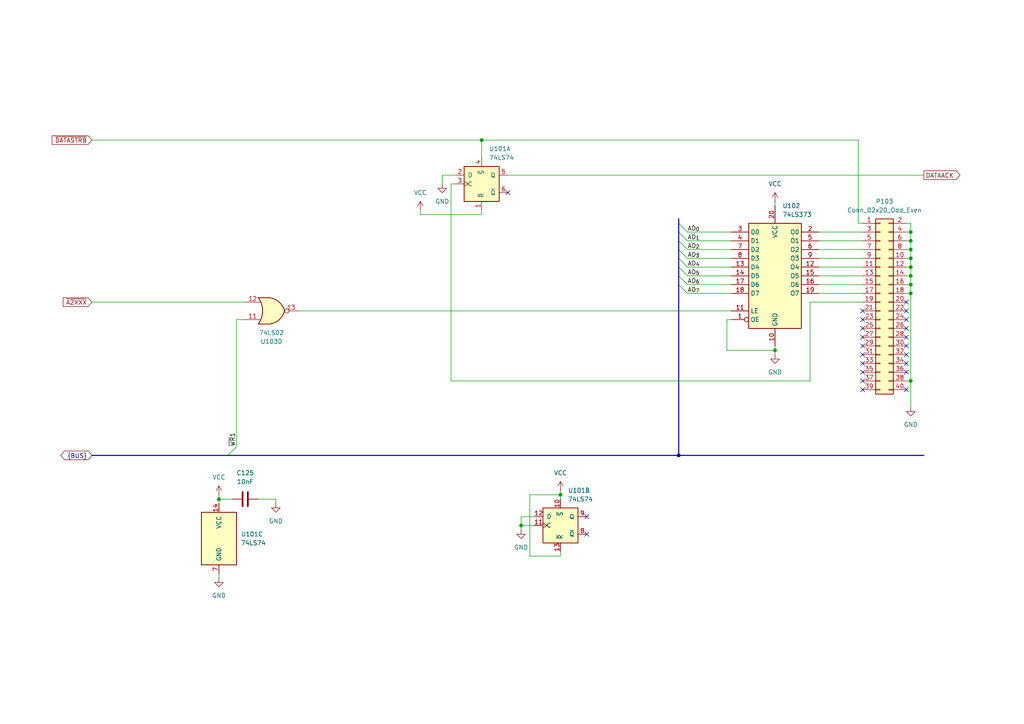
<source format=kicad_sch>
(kicad_sch
	(version 20250114)
	(generator "eeschema")
	(generator_version "9.0")
	(uuid "3c5dc1cf-7199-4287-92b3-5bd52d4db406")
	(paper "A4")
	(lib_symbols
		(symbol "74xx:74LS02"
			(pin_names
				(offset 1.016)
			)
			(exclude_from_sim no)
			(in_bom yes)
			(on_board yes)
			(property "Reference" "U"
				(at 0 1.27 0)
				(effects
					(font
						(size 1.27 1.27)
					)
				)
			)
			(property "Value" "74LS02"
				(at 0 -1.27 0)
				(effects
					(font
						(size 1.27 1.27)
					)
				)
			)
			(property "Footprint" ""
				(at 0 0 0)
				(effects
					(font
						(size 1.27 1.27)
					)
					(hide yes)
				)
			)
			(property "Datasheet" "http://www.ti.com/lit/gpn/sn74ls02"
				(at 0 0 0)
				(effects
					(font
						(size 1.27 1.27)
					)
					(hide yes)
				)
			)
			(property "Description" "quad 2-input NOR gate"
				(at 0 0 0)
				(effects
					(font
						(size 1.27 1.27)
					)
					(hide yes)
				)
			)
			(property "ki_locked" ""
				(at 0 0 0)
				(effects
					(font
						(size 1.27 1.27)
					)
				)
			)
			(property "ki_keywords" "TTL Nor2"
				(at 0 0 0)
				(effects
					(font
						(size 1.27 1.27)
					)
					(hide yes)
				)
			)
			(property "ki_fp_filters" "SO14* DIP*W7.62mm*"
				(at 0 0 0)
				(effects
					(font
						(size 1.27 1.27)
					)
					(hide yes)
				)
			)
			(symbol "74LS02_1_1"
				(arc
					(start -3.81 3.81)
					(mid -2.589 0)
					(end -3.81 -3.81)
					(stroke
						(width 0.254)
						(type default)
					)
					(fill
						(type none)
					)
				)
				(polyline
					(pts
						(xy -3.81 3.81) (xy -0.635 3.81)
					)
					(stroke
						(width 0.254)
						(type default)
					)
					(fill
						(type background)
					)
				)
				(polyline
					(pts
						(xy -3.81 -3.81) (xy -0.635 -3.81)
					)
					(stroke
						(width 0.254)
						(type default)
					)
					(fill
						(type background)
					)
				)
				(arc
					(start 3.81 0)
					(mid 2.1855 -2.584)
					(end -0.6096 -3.81)
					(stroke
						(width 0.254)
						(type default)
					)
					(fill
						(type background)
					)
				)
				(arc
					(start -0.6096 3.81)
					(mid 2.1928 2.5924)
					(end 3.81 0)
					(stroke
						(width 0.254)
						(type default)
					)
					(fill
						(type background)
					)
				)
				(polyline
					(pts
						(xy -0.635 3.81) (xy -3.81 3.81) (xy -3.81 3.81) (xy -3.556 3.4036) (xy -3.0226 2.2606) (xy -2.6924 1.0414)
						(xy -2.6162 -0.254) (xy -2.7686 -1.4986) (xy -3.175 -2.7178) (xy -3.81 -3.81) (xy -3.81 -3.81)
						(xy -0.635 -3.81)
					)
					(stroke
						(width -25.4)
						(type default)
					)
					(fill
						(type background)
					)
				)
				(pin input line
					(at -7.62 2.54 0)
					(length 4.318)
					(name "~"
						(effects
							(font
								(size 1.27 1.27)
							)
						)
					)
					(number "2"
						(effects
							(font
								(size 1.27 1.27)
							)
						)
					)
				)
				(pin input line
					(at -7.62 -2.54 0)
					(length 4.318)
					(name "~"
						(effects
							(font
								(size 1.27 1.27)
							)
						)
					)
					(number "3"
						(effects
							(font
								(size 1.27 1.27)
							)
						)
					)
				)
				(pin output inverted
					(at 7.62 0 180)
					(length 3.81)
					(name "~"
						(effects
							(font
								(size 1.27 1.27)
							)
						)
					)
					(number "1"
						(effects
							(font
								(size 1.27 1.27)
							)
						)
					)
				)
			)
			(symbol "74LS02_1_2"
				(arc
					(start 0 3.81)
					(mid 3.7934 0)
					(end 0 -3.81)
					(stroke
						(width 0.254)
						(type default)
					)
					(fill
						(type background)
					)
				)
				(polyline
					(pts
						(xy 0 3.81) (xy -3.81 3.81) (xy -3.81 -3.81) (xy 0 -3.81)
					)
					(stroke
						(width 0.254)
						(type default)
					)
					(fill
						(type background)
					)
				)
				(pin input inverted
					(at -7.62 2.54 0)
					(length 3.81)
					(name "~"
						(effects
							(font
								(size 1.27 1.27)
							)
						)
					)
					(number "2"
						(effects
							(font
								(size 1.27 1.27)
							)
						)
					)
				)
				(pin input inverted
					(at -7.62 -2.54 0)
					(length 3.81)
					(name "~"
						(effects
							(font
								(size 1.27 1.27)
							)
						)
					)
					(number "3"
						(effects
							(font
								(size 1.27 1.27)
							)
						)
					)
				)
				(pin output line
					(at 7.62 0 180)
					(length 3.81)
					(name "~"
						(effects
							(font
								(size 1.27 1.27)
							)
						)
					)
					(number "1"
						(effects
							(font
								(size 1.27 1.27)
							)
						)
					)
				)
			)
			(symbol "74LS02_2_1"
				(arc
					(start -3.81 3.81)
					(mid -2.589 0)
					(end -3.81 -3.81)
					(stroke
						(width 0.254)
						(type default)
					)
					(fill
						(type none)
					)
				)
				(polyline
					(pts
						(xy -3.81 3.81) (xy -0.635 3.81)
					)
					(stroke
						(width 0.254)
						(type default)
					)
					(fill
						(type background)
					)
				)
				(polyline
					(pts
						(xy -3.81 -3.81) (xy -0.635 -3.81)
					)
					(stroke
						(width 0.254)
						(type default)
					)
					(fill
						(type background)
					)
				)
				(arc
					(start 3.81 0)
					(mid 2.1855 -2.584)
					(end -0.6096 -3.81)
					(stroke
						(width 0.254)
						(type default)
					)
					(fill
						(type background)
					)
				)
				(arc
					(start -0.6096 3.81)
					(mid 2.1928 2.5924)
					(end 3.81 0)
					(stroke
						(width 0.254)
						(type default)
					)
					(fill
						(type background)
					)
				)
				(polyline
					(pts
						(xy -0.635 3.81) (xy -3.81 3.81) (xy -3.81 3.81) (xy -3.556 3.4036) (xy -3.0226 2.2606) (xy -2.6924 1.0414)
						(xy -2.6162 -0.254) (xy -2.7686 -1.4986) (xy -3.175 -2.7178) (xy -3.81 -3.81) (xy -3.81 -3.81)
						(xy -0.635 -3.81)
					)
					(stroke
						(width -25.4)
						(type default)
					)
					(fill
						(type background)
					)
				)
				(pin input line
					(at -7.62 2.54 0)
					(length 4.318)
					(name "~"
						(effects
							(font
								(size 1.27 1.27)
							)
						)
					)
					(number "5"
						(effects
							(font
								(size 1.27 1.27)
							)
						)
					)
				)
				(pin input line
					(at -7.62 -2.54 0)
					(length 4.318)
					(name "~"
						(effects
							(font
								(size 1.27 1.27)
							)
						)
					)
					(number "6"
						(effects
							(font
								(size 1.27 1.27)
							)
						)
					)
				)
				(pin output inverted
					(at 7.62 0 180)
					(length 3.81)
					(name "~"
						(effects
							(font
								(size 1.27 1.27)
							)
						)
					)
					(number "4"
						(effects
							(font
								(size 1.27 1.27)
							)
						)
					)
				)
			)
			(symbol "74LS02_2_2"
				(arc
					(start 0 3.81)
					(mid 3.7934 0)
					(end 0 -3.81)
					(stroke
						(width 0.254)
						(type default)
					)
					(fill
						(type background)
					)
				)
				(polyline
					(pts
						(xy 0 3.81) (xy -3.81 3.81) (xy -3.81 -3.81) (xy 0 -3.81)
					)
					(stroke
						(width 0.254)
						(type default)
					)
					(fill
						(type background)
					)
				)
				(pin input inverted
					(at -7.62 2.54 0)
					(length 3.81)
					(name "~"
						(effects
							(font
								(size 1.27 1.27)
							)
						)
					)
					(number "5"
						(effects
							(font
								(size 1.27 1.27)
							)
						)
					)
				)
				(pin input inverted
					(at -7.62 -2.54 0)
					(length 3.81)
					(name "~"
						(effects
							(font
								(size 1.27 1.27)
							)
						)
					)
					(number "6"
						(effects
							(font
								(size 1.27 1.27)
							)
						)
					)
				)
				(pin output line
					(at 7.62 0 180)
					(length 3.81)
					(name "~"
						(effects
							(font
								(size 1.27 1.27)
							)
						)
					)
					(number "4"
						(effects
							(font
								(size 1.27 1.27)
							)
						)
					)
				)
			)
			(symbol "74LS02_3_1"
				(arc
					(start -3.81 3.81)
					(mid -2.589 0)
					(end -3.81 -3.81)
					(stroke
						(width 0.254)
						(type default)
					)
					(fill
						(type none)
					)
				)
				(polyline
					(pts
						(xy -3.81 3.81) (xy -0.635 3.81)
					)
					(stroke
						(width 0.254)
						(type default)
					)
					(fill
						(type background)
					)
				)
				(polyline
					(pts
						(xy -3.81 -3.81) (xy -0.635 -3.81)
					)
					(stroke
						(width 0.254)
						(type default)
					)
					(fill
						(type background)
					)
				)
				(arc
					(start 3.81 0)
					(mid 2.1855 -2.584)
					(end -0.6096 -3.81)
					(stroke
						(width 0.254)
						(type default)
					)
					(fill
						(type background)
					)
				)
				(arc
					(start -0.6096 3.81)
					(mid 2.1928 2.5924)
					(end 3.81 0)
					(stroke
						(width 0.254)
						(type default)
					)
					(fill
						(type background)
					)
				)
				(polyline
					(pts
						(xy -0.635 3.81) (xy -3.81 3.81) (xy -3.81 3.81) (xy -3.556 3.4036) (xy -3.0226 2.2606) (xy -2.6924 1.0414)
						(xy -2.6162 -0.254) (xy -2.7686 -1.4986) (xy -3.175 -2.7178) (xy -3.81 -3.81) (xy -3.81 -3.81)
						(xy -0.635 -3.81)
					)
					(stroke
						(width -25.4)
						(type default)
					)
					(fill
						(type background)
					)
				)
				(pin input line
					(at -7.62 2.54 0)
					(length 4.318)
					(name "~"
						(effects
							(font
								(size 1.27 1.27)
							)
						)
					)
					(number "8"
						(effects
							(font
								(size 1.27 1.27)
							)
						)
					)
				)
				(pin input line
					(at -7.62 -2.54 0)
					(length 4.318)
					(name "~"
						(effects
							(font
								(size 1.27 1.27)
							)
						)
					)
					(number "9"
						(effects
							(font
								(size 1.27 1.27)
							)
						)
					)
				)
				(pin output inverted
					(at 7.62 0 180)
					(length 3.81)
					(name "~"
						(effects
							(font
								(size 1.27 1.27)
							)
						)
					)
					(number "10"
						(effects
							(font
								(size 1.27 1.27)
							)
						)
					)
				)
			)
			(symbol "74LS02_3_2"
				(arc
					(start 0 3.81)
					(mid 3.7934 0)
					(end 0 -3.81)
					(stroke
						(width 0.254)
						(type default)
					)
					(fill
						(type background)
					)
				)
				(polyline
					(pts
						(xy 0 3.81) (xy -3.81 3.81) (xy -3.81 -3.81) (xy 0 -3.81)
					)
					(stroke
						(width 0.254)
						(type default)
					)
					(fill
						(type background)
					)
				)
				(pin input inverted
					(at -7.62 2.54 0)
					(length 3.81)
					(name "~"
						(effects
							(font
								(size 1.27 1.27)
							)
						)
					)
					(number "8"
						(effects
							(font
								(size 1.27 1.27)
							)
						)
					)
				)
				(pin input inverted
					(at -7.62 -2.54 0)
					(length 3.81)
					(name "~"
						(effects
							(font
								(size 1.27 1.27)
							)
						)
					)
					(number "9"
						(effects
							(font
								(size 1.27 1.27)
							)
						)
					)
				)
				(pin output line
					(at 7.62 0 180)
					(length 3.81)
					(name "~"
						(effects
							(font
								(size 1.27 1.27)
							)
						)
					)
					(number "10"
						(effects
							(font
								(size 1.27 1.27)
							)
						)
					)
				)
			)
			(symbol "74LS02_4_1"
				(arc
					(start -3.81 3.81)
					(mid -2.589 0)
					(end -3.81 -3.81)
					(stroke
						(width 0.254)
						(type default)
					)
					(fill
						(type none)
					)
				)
				(polyline
					(pts
						(xy -3.81 3.81) (xy -0.635 3.81)
					)
					(stroke
						(width 0.254)
						(type default)
					)
					(fill
						(type background)
					)
				)
				(polyline
					(pts
						(xy -3.81 -3.81) (xy -0.635 -3.81)
					)
					(stroke
						(width 0.254)
						(type default)
					)
					(fill
						(type background)
					)
				)
				(arc
					(start 3.81 0)
					(mid 2.1855 -2.584)
					(end -0.6096 -3.81)
					(stroke
						(width 0.254)
						(type default)
					)
					(fill
						(type background)
					)
				)
				(arc
					(start -0.6096 3.81)
					(mid 2.1928 2.5924)
					(end 3.81 0)
					(stroke
						(width 0.254)
						(type default)
					)
					(fill
						(type background)
					)
				)
				(polyline
					(pts
						(xy -0.635 3.81) (xy -3.81 3.81) (xy -3.81 3.81) (xy -3.556 3.4036) (xy -3.0226 2.2606) (xy -2.6924 1.0414)
						(xy -2.6162 -0.254) (xy -2.7686 -1.4986) (xy -3.175 -2.7178) (xy -3.81 -3.81) (xy -3.81 -3.81)
						(xy -0.635 -3.81)
					)
					(stroke
						(width -25.4)
						(type default)
					)
					(fill
						(type background)
					)
				)
				(pin input line
					(at -7.62 2.54 0)
					(length 4.318)
					(name "~"
						(effects
							(font
								(size 1.27 1.27)
							)
						)
					)
					(number "11"
						(effects
							(font
								(size 1.27 1.27)
							)
						)
					)
				)
				(pin input line
					(at -7.62 -2.54 0)
					(length 4.318)
					(name "~"
						(effects
							(font
								(size 1.27 1.27)
							)
						)
					)
					(number "12"
						(effects
							(font
								(size 1.27 1.27)
							)
						)
					)
				)
				(pin output inverted
					(at 7.62 0 180)
					(length 3.81)
					(name "~"
						(effects
							(font
								(size 1.27 1.27)
							)
						)
					)
					(number "13"
						(effects
							(font
								(size 1.27 1.27)
							)
						)
					)
				)
			)
			(symbol "74LS02_4_2"
				(arc
					(start 0 3.81)
					(mid 3.7934 0)
					(end 0 -3.81)
					(stroke
						(width 0.254)
						(type default)
					)
					(fill
						(type background)
					)
				)
				(polyline
					(pts
						(xy 0 3.81) (xy -3.81 3.81) (xy -3.81 -3.81) (xy 0 -3.81)
					)
					(stroke
						(width 0.254)
						(type default)
					)
					(fill
						(type background)
					)
				)
				(pin input inverted
					(at -7.62 2.54 0)
					(length 3.81)
					(name "~"
						(effects
							(font
								(size 1.27 1.27)
							)
						)
					)
					(number "11"
						(effects
							(font
								(size 1.27 1.27)
							)
						)
					)
				)
				(pin input inverted
					(at -7.62 -2.54 0)
					(length 3.81)
					(name "~"
						(effects
							(font
								(size 1.27 1.27)
							)
						)
					)
					(number "12"
						(effects
							(font
								(size 1.27 1.27)
							)
						)
					)
				)
				(pin output line
					(at 7.62 0 180)
					(length 3.81)
					(name "~"
						(effects
							(font
								(size 1.27 1.27)
							)
						)
					)
					(number "13"
						(effects
							(font
								(size 1.27 1.27)
							)
						)
					)
				)
			)
			(symbol "74LS02_5_0"
				(pin power_in line
					(at 0 12.7 270)
					(length 5.08)
					(name "VCC"
						(effects
							(font
								(size 1.27 1.27)
							)
						)
					)
					(number "14"
						(effects
							(font
								(size 1.27 1.27)
							)
						)
					)
				)
				(pin power_in line
					(at 0 -12.7 90)
					(length 5.08)
					(name "GND"
						(effects
							(font
								(size 1.27 1.27)
							)
						)
					)
					(number "7"
						(effects
							(font
								(size 1.27 1.27)
							)
						)
					)
				)
			)
			(symbol "74LS02_5_1"
				(rectangle
					(start -5.08 7.62)
					(end 5.08 -7.62)
					(stroke
						(width 0.254)
						(type default)
					)
					(fill
						(type background)
					)
				)
			)
			(embedded_fonts no)
		)
		(symbol "74xx:74LS373"
			(exclude_from_sim no)
			(in_bom yes)
			(on_board yes)
			(property "Reference" "U"
				(at -7.62 16.51 0)
				(effects
					(font
						(size 1.27 1.27)
					)
				)
			)
			(property "Value" "74LS373"
				(at -7.62 -16.51 0)
				(effects
					(font
						(size 1.27 1.27)
					)
				)
			)
			(property "Footprint" ""
				(at 0 0 0)
				(effects
					(font
						(size 1.27 1.27)
					)
					(hide yes)
				)
			)
			(property "Datasheet" "http://www.ti.com/lit/gpn/sn74LS373"
				(at 0 0 0)
				(effects
					(font
						(size 1.27 1.27)
					)
					(hide yes)
				)
			)
			(property "Description" "8-bit Latch, 3-state outputs"
				(at 0 0 0)
				(effects
					(font
						(size 1.27 1.27)
					)
					(hide yes)
				)
			)
			(property "ki_keywords" "TTL REG DFF DFF8 LATCH"
				(at 0 0 0)
				(effects
					(font
						(size 1.27 1.27)
					)
					(hide yes)
				)
			)
			(property "ki_fp_filters" "DIP?20* SOIC?20* SO?20* SSOP?20* TSSOP?20*"
				(at 0 0 0)
				(effects
					(font
						(size 1.27 1.27)
					)
					(hide yes)
				)
			)
			(symbol "74LS373_1_0"
				(pin input line
					(at -12.7 12.7 0)
					(length 5.08)
					(name "D0"
						(effects
							(font
								(size 1.27 1.27)
							)
						)
					)
					(number "3"
						(effects
							(font
								(size 1.27 1.27)
							)
						)
					)
				)
				(pin input line
					(at -12.7 10.16 0)
					(length 5.08)
					(name "D1"
						(effects
							(font
								(size 1.27 1.27)
							)
						)
					)
					(number "4"
						(effects
							(font
								(size 1.27 1.27)
							)
						)
					)
				)
				(pin input line
					(at -12.7 7.62 0)
					(length 5.08)
					(name "D2"
						(effects
							(font
								(size 1.27 1.27)
							)
						)
					)
					(number "7"
						(effects
							(font
								(size 1.27 1.27)
							)
						)
					)
				)
				(pin input line
					(at -12.7 5.08 0)
					(length 5.08)
					(name "D3"
						(effects
							(font
								(size 1.27 1.27)
							)
						)
					)
					(number "8"
						(effects
							(font
								(size 1.27 1.27)
							)
						)
					)
				)
				(pin input line
					(at -12.7 2.54 0)
					(length 5.08)
					(name "D4"
						(effects
							(font
								(size 1.27 1.27)
							)
						)
					)
					(number "13"
						(effects
							(font
								(size 1.27 1.27)
							)
						)
					)
				)
				(pin input line
					(at -12.7 0 0)
					(length 5.08)
					(name "D5"
						(effects
							(font
								(size 1.27 1.27)
							)
						)
					)
					(number "14"
						(effects
							(font
								(size 1.27 1.27)
							)
						)
					)
				)
				(pin input line
					(at -12.7 -2.54 0)
					(length 5.08)
					(name "D6"
						(effects
							(font
								(size 1.27 1.27)
							)
						)
					)
					(number "17"
						(effects
							(font
								(size 1.27 1.27)
							)
						)
					)
				)
				(pin input line
					(at -12.7 -5.08 0)
					(length 5.08)
					(name "D7"
						(effects
							(font
								(size 1.27 1.27)
							)
						)
					)
					(number "18"
						(effects
							(font
								(size 1.27 1.27)
							)
						)
					)
				)
				(pin input line
					(at -12.7 -10.16 0)
					(length 5.08)
					(name "LE"
						(effects
							(font
								(size 1.27 1.27)
							)
						)
					)
					(number "11"
						(effects
							(font
								(size 1.27 1.27)
							)
						)
					)
				)
				(pin input inverted
					(at -12.7 -12.7 0)
					(length 5.08)
					(name "OE"
						(effects
							(font
								(size 1.27 1.27)
							)
						)
					)
					(number "1"
						(effects
							(font
								(size 1.27 1.27)
							)
						)
					)
				)
				(pin power_in line
					(at 0 20.32 270)
					(length 5.08)
					(name "VCC"
						(effects
							(font
								(size 1.27 1.27)
							)
						)
					)
					(number "20"
						(effects
							(font
								(size 1.27 1.27)
							)
						)
					)
				)
				(pin power_in line
					(at 0 -20.32 90)
					(length 5.08)
					(name "GND"
						(effects
							(font
								(size 1.27 1.27)
							)
						)
					)
					(number "10"
						(effects
							(font
								(size 1.27 1.27)
							)
						)
					)
				)
				(pin tri_state line
					(at 12.7 12.7 180)
					(length 5.08)
					(name "O0"
						(effects
							(font
								(size 1.27 1.27)
							)
						)
					)
					(number "2"
						(effects
							(font
								(size 1.27 1.27)
							)
						)
					)
				)
				(pin tri_state line
					(at 12.7 10.16 180)
					(length 5.08)
					(name "O1"
						(effects
							(font
								(size 1.27 1.27)
							)
						)
					)
					(number "5"
						(effects
							(font
								(size 1.27 1.27)
							)
						)
					)
				)
				(pin tri_state line
					(at 12.7 7.62 180)
					(length 5.08)
					(name "O2"
						(effects
							(font
								(size 1.27 1.27)
							)
						)
					)
					(number "6"
						(effects
							(font
								(size 1.27 1.27)
							)
						)
					)
				)
				(pin tri_state line
					(at 12.7 5.08 180)
					(length 5.08)
					(name "O3"
						(effects
							(font
								(size 1.27 1.27)
							)
						)
					)
					(number "9"
						(effects
							(font
								(size 1.27 1.27)
							)
						)
					)
				)
				(pin tri_state line
					(at 12.7 2.54 180)
					(length 5.08)
					(name "O4"
						(effects
							(font
								(size 1.27 1.27)
							)
						)
					)
					(number "12"
						(effects
							(font
								(size 1.27 1.27)
							)
						)
					)
				)
				(pin tri_state line
					(at 12.7 0 180)
					(length 5.08)
					(name "O5"
						(effects
							(font
								(size 1.27 1.27)
							)
						)
					)
					(number "15"
						(effects
							(font
								(size 1.27 1.27)
							)
						)
					)
				)
				(pin tri_state line
					(at 12.7 -2.54 180)
					(length 5.08)
					(name "O6"
						(effects
							(font
								(size 1.27 1.27)
							)
						)
					)
					(number "16"
						(effects
							(font
								(size 1.27 1.27)
							)
						)
					)
				)
				(pin tri_state line
					(at 12.7 -5.08 180)
					(length 5.08)
					(name "O7"
						(effects
							(font
								(size 1.27 1.27)
							)
						)
					)
					(number "19"
						(effects
							(font
								(size 1.27 1.27)
							)
						)
					)
				)
			)
			(symbol "74LS373_1_1"
				(rectangle
					(start -7.62 15.24)
					(end 7.62 -15.24)
					(stroke
						(width 0.254)
						(type default)
					)
					(fill
						(type background)
					)
				)
			)
			(embedded_fonts no)
		)
		(symbol "74xx:74LS74"
			(pin_names
				(offset 1.016)
			)
			(exclude_from_sim no)
			(in_bom yes)
			(on_board yes)
			(property "Reference" "U"
				(at -7.62 8.89 0)
				(effects
					(font
						(size 1.27 1.27)
					)
				)
			)
			(property "Value" "74LS74"
				(at -7.62 -8.89 0)
				(effects
					(font
						(size 1.27 1.27)
					)
				)
			)
			(property "Footprint" ""
				(at 0 0 0)
				(effects
					(font
						(size 1.27 1.27)
					)
					(hide yes)
				)
			)
			(property "Datasheet" "74xx/74hc_hct74.pdf"
				(at 0 0 0)
				(effects
					(font
						(size 1.27 1.27)
					)
					(hide yes)
				)
			)
			(property "Description" "Dual D Flip-flop, Set & Reset"
				(at 0 0 0)
				(effects
					(font
						(size 1.27 1.27)
					)
					(hide yes)
				)
			)
			(property "ki_locked" ""
				(at 0 0 0)
				(effects
					(font
						(size 1.27 1.27)
					)
				)
			)
			(property "ki_keywords" "TTL DFF"
				(at 0 0 0)
				(effects
					(font
						(size 1.27 1.27)
					)
					(hide yes)
				)
			)
			(property "ki_fp_filters" "DIP*W7.62mm*"
				(at 0 0 0)
				(effects
					(font
						(size 1.27 1.27)
					)
					(hide yes)
				)
			)
			(symbol "74LS74_1_0"
				(pin input line
					(at -7.62 2.54 0)
					(length 2.54)
					(name "D"
						(effects
							(font
								(size 1.27 1.27)
							)
						)
					)
					(number "2"
						(effects
							(font
								(size 1.27 1.27)
							)
						)
					)
				)
				(pin input clock
					(at -7.62 0 0)
					(length 2.54)
					(name "C"
						(effects
							(font
								(size 1.27 1.27)
							)
						)
					)
					(number "3"
						(effects
							(font
								(size 1.27 1.27)
							)
						)
					)
				)
				(pin input line
					(at 0 7.62 270)
					(length 2.54)
					(name "~{S}"
						(effects
							(font
								(size 1.27 1.27)
							)
						)
					)
					(number "4"
						(effects
							(font
								(size 1.27 1.27)
							)
						)
					)
				)
				(pin input line
					(at 0 -7.62 90)
					(length 2.54)
					(name "~{R}"
						(effects
							(font
								(size 1.27 1.27)
							)
						)
					)
					(number "1"
						(effects
							(font
								(size 1.27 1.27)
							)
						)
					)
				)
				(pin output line
					(at 7.62 2.54 180)
					(length 2.54)
					(name "Q"
						(effects
							(font
								(size 1.27 1.27)
							)
						)
					)
					(number "5"
						(effects
							(font
								(size 1.27 1.27)
							)
						)
					)
				)
				(pin output line
					(at 7.62 -2.54 180)
					(length 2.54)
					(name "~{Q}"
						(effects
							(font
								(size 1.27 1.27)
							)
						)
					)
					(number "6"
						(effects
							(font
								(size 1.27 1.27)
							)
						)
					)
				)
			)
			(symbol "74LS74_1_1"
				(rectangle
					(start -5.08 5.08)
					(end 5.08 -5.08)
					(stroke
						(width 0.254)
						(type default)
					)
					(fill
						(type background)
					)
				)
			)
			(symbol "74LS74_2_0"
				(pin input line
					(at -7.62 2.54 0)
					(length 2.54)
					(name "D"
						(effects
							(font
								(size 1.27 1.27)
							)
						)
					)
					(number "12"
						(effects
							(font
								(size 1.27 1.27)
							)
						)
					)
				)
				(pin input clock
					(at -7.62 0 0)
					(length 2.54)
					(name "C"
						(effects
							(font
								(size 1.27 1.27)
							)
						)
					)
					(number "11"
						(effects
							(font
								(size 1.27 1.27)
							)
						)
					)
				)
				(pin input line
					(at 0 7.62 270)
					(length 2.54)
					(name "~{S}"
						(effects
							(font
								(size 1.27 1.27)
							)
						)
					)
					(number "10"
						(effects
							(font
								(size 1.27 1.27)
							)
						)
					)
				)
				(pin input line
					(at 0 -7.62 90)
					(length 2.54)
					(name "~{R}"
						(effects
							(font
								(size 1.27 1.27)
							)
						)
					)
					(number "13"
						(effects
							(font
								(size 1.27 1.27)
							)
						)
					)
				)
				(pin output line
					(at 7.62 2.54 180)
					(length 2.54)
					(name "Q"
						(effects
							(font
								(size 1.27 1.27)
							)
						)
					)
					(number "9"
						(effects
							(font
								(size 1.27 1.27)
							)
						)
					)
				)
				(pin output line
					(at 7.62 -2.54 180)
					(length 2.54)
					(name "~{Q}"
						(effects
							(font
								(size 1.27 1.27)
							)
						)
					)
					(number "8"
						(effects
							(font
								(size 1.27 1.27)
							)
						)
					)
				)
			)
			(symbol "74LS74_2_1"
				(rectangle
					(start -5.08 5.08)
					(end 5.08 -5.08)
					(stroke
						(width 0.254)
						(type default)
					)
					(fill
						(type background)
					)
				)
			)
			(symbol "74LS74_3_0"
				(pin power_in line
					(at 0 10.16 270)
					(length 2.54)
					(name "VCC"
						(effects
							(font
								(size 1.27 1.27)
							)
						)
					)
					(number "14"
						(effects
							(font
								(size 1.27 1.27)
							)
						)
					)
				)
				(pin power_in line
					(at 0 -10.16 90)
					(length 2.54)
					(name "GND"
						(effects
							(font
								(size 1.27 1.27)
							)
						)
					)
					(number "7"
						(effects
							(font
								(size 1.27 1.27)
							)
						)
					)
				)
			)
			(symbol "74LS74_3_1"
				(rectangle
					(start -5.08 7.62)
					(end 5.08 -7.62)
					(stroke
						(width 0.254)
						(type default)
					)
					(fill
						(type background)
					)
				)
			)
			(embedded_fonts no)
		)
		(symbol "Connector_Generic:Conn_02x20_Odd_Even"
			(pin_names
				(offset 1.016)
				(hide yes)
			)
			(exclude_from_sim no)
			(in_bom yes)
			(on_board yes)
			(property "Reference" "J"
				(at 1.27 25.4 0)
				(effects
					(font
						(size 1.27 1.27)
					)
				)
			)
			(property "Value" "Conn_02x20_Odd_Even"
				(at 1.27 -27.94 0)
				(effects
					(font
						(size 1.27 1.27)
					)
				)
			)
			(property "Footprint" ""
				(at 0 0 0)
				(effects
					(font
						(size 1.27 1.27)
					)
					(hide yes)
				)
			)
			(property "Datasheet" "~"
				(at 0 0 0)
				(effects
					(font
						(size 1.27 1.27)
					)
					(hide yes)
				)
			)
			(property "Description" "Generic connector, double row, 02x20, odd/even pin numbering scheme (row 1 odd numbers, row 2 even numbers), script generated (kicad-library-utils/schlib/autogen/connector/)"
				(at 0 0 0)
				(effects
					(font
						(size 1.27 1.27)
					)
					(hide yes)
				)
			)
			(property "ki_keywords" "connector"
				(at 0 0 0)
				(effects
					(font
						(size 1.27 1.27)
					)
					(hide yes)
				)
			)
			(property "ki_fp_filters" "Connector*:*_2x??_*"
				(at 0 0 0)
				(effects
					(font
						(size 1.27 1.27)
					)
					(hide yes)
				)
			)
			(symbol "Conn_02x20_Odd_Even_1_1"
				(rectangle
					(start -1.27 24.13)
					(end 3.81 -26.67)
					(stroke
						(width 0.254)
						(type default)
					)
					(fill
						(type background)
					)
				)
				(rectangle
					(start -1.27 22.987)
					(end 0 22.733)
					(stroke
						(width 0.1524)
						(type default)
					)
					(fill
						(type none)
					)
				)
				(rectangle
					(start -1.27 20.447)
					(end 0 20.193)
					(stroke
						(width 0.1524)
						(type default)
					)
					(fill
						(type none)
					)
				)
				(rectangle
					(start -1.27 17.907)
					(end 0 17.653)
					(stroke
						(width 0.1524)
						(type default)
					)
					(fill
						(type none)
					)
				)
				(rectangle
					(start -1.27 15.367)
					(end 0 15.113)
					(stroke
						(width 0.1524)
						(type default)
					)
					(fill
						(type none)
					)
				)
				(rectangle
					(start -1.27 12.827)
					(end 0 12.573)
					(stroke
						(width 0.1524)
						(type default)
					)
					(fill
						(type none)
					)
				)
				(rectangle
					(start -1.27 10.287)
					(end 0 10.033)
					(stroke
						(width 0.1524)
						(type default)
					)
					(fill
						(type none)
					)
				)
				(rectangle
					(start -1.27 7.747)
					(end 0 7.493)
					(stroke
						(width 0.1524)
						(type default)
					)
					(fill
						(type none)
					)
				)
				(rectangle
					(start -1.27 5.207)
					(end 0 4.953)
					(stroke
						(width 0.1524)
						(type default)
					)
					(fill
						(type none)
					)
				)
				(rectangle
					(start -1.27 2.667)
					(end 0 2.413)
					(stroke
						(width 0.1524)
						(type default)
					)
					(fill
						(type none)
					)
				)
				(rectangle
					(start -1.27 0.127)
					(end 0 -0.127)
					(stroke
						(width 0.1524)
						(type default)
					)
					(fill
						(type none)
					)
				)
				(rectangle
					(start -1.27 -2.413)
					(end 0 -2.667)
					(stroke
						(width 0.1524)
						(type default)
					)
					(fill
						(type none)
					)
				)
				(rectangle
					(start -1.27 -4.953)
					(end 0 -5.207)
					(stroke
						(width 0.1524)
						(type default)
					)
					(fill
						(type none)
					)
				)
				(rectangle
					(start -1.27 -7.493)
					(end 0 -7.747)
					(stroke
						(width 0.1524)
						(type default)
					)
					(fill
						(type none)
					)
				)
				(rectangle
					(start -1.27 -10.033)
					(end 0 -10.287)
					(stroke
						(width 0.1524)
						(type default)
					)
					(fill
						(type none)
					)
				)
				(rectangle
					(start -1.27 -12.573)
					(end 0 -12.827)
					(stroke
						(width 0.1524)
						(type default)
					)
					(fill
						(type none)
					)
				)
				(rectangle
					(start -1.27 -15.113)
					(end 0 -15.367)
					(stroke
						(width 0.1524)
						(type default)
					)
					(fill
						(type none)
					)
				)
				(rectangle
					(start -1.27 -17.653)
					(end 0 -17.907)
					(stroke
						(width 0.1524)
						(type default)
					)
					(fill
						(type none)
					)
				)
				(rectangle
					(start -1.27 -20.193)
					(end 0 -20.447)
					(stroke
						(width 0.1524)
						(type default)
					)
					(fill
						(type none)
					)
				)
				(rectangle
					(start -1.27 -22.733)
					(end 0 -22.987)
					(stroke
						(width 0.1524)
						(type default)
					)
					(fill
						(type none)
					)
				)
				(rectangle
					(start -1.27 -25.273)
					(end 0 -25.527)
					(stroke
						(width 0.1524)
						(type default)
					)
					(fill
						(type none)
					)
				)
				(rectangle
					(start 3.81 22.987)
					(end 2.54 22.733)
					(stroke
						(width 0.1524)
						(type default)
					)
					(fill
						(type none)
					)
				)
				(rectangle
					(start 3.81 20.447)
					(end 2.54 20.193)
					(stroke
						(width 0.1524)
						(type default)
					)
					(fill
						(type none)
					)
				)
				(rectangle
					(start 3.81 17.907)
					(end 2.54 17.653)
					(stroke
						(width 0.1524)
						(type default)
					)
					(fill
						(type none)
					)
				)
				(rectangle
					(start 3.81 15.367)
					(end 2.54 15.113)
					(stroke
						(width 0.1524)
						(type default)
					)
					(fill
						(type none)
					)
				)
				(rectangle
					(start 3.81 12.827)
					(end 2.54 12.573)
					(stroke
						(width 0.1524)
						(type default)
					)
					(fill
						(type none)
					)
				)
				(rectangle
					(start 3.81 10.287)
					(end 2.54 10.033)
					(stroke
						(width 0.1524)
						(type default)
					)
					(fill
						(type none)
					)
				)
				(rectangle
					(start 3.81 7.747)
					(end 2.54 7.493)
					(stroke
						(width 0.1524)
						(type default)
					)
					(fill
						(type none)
					)
				)
				(rectangle
					(start 3.81 5.207)
					(end 2.54 4.953)
					(stroke
						(width 0.1524)
						(type default)
					)
					(fill
						(type none)
					)
				)
				(rectangle
					(start 3.81 2.667)
					(end 2.54 2.413)
					(stroke
						(width 0.1524)
						(type default)
					)
					(fill
						(type none)
					)
				)
				(rectangle
					(start 3.81 0.127)
					(end 2.54 -0.127)
					(stroke
						(width 0.1524)
						(type default)
					)
					(fill
						(type none)
					)
				)
				(rectangle
					(start 3.81 -2.413)
					(end 2.54 -2.667)
					(stroke
						(width 0.1524)
						(type default)
					)
					(fill
						(type none)
					)
				)
				(rectangle
					(start 3.81 -4.953)
					(end 2.54 -5.207)
					(stroke
						(width 0.1524)
						(type default)
					)
					(fill
						(type none)
					)
				)
				(rectangle
					(start 3.81 -7.493)
					(end 2.54 -7.747)
					(stroke
						(width 0.1524)
						(type default)
					)
					(fill
						(type none)
					)
				)
				(rectangle
					(start 3.81 -10.033)
					(end 2.54 -10.287)
					(stroke
						(width 0.1524)
						(type default)
					)
					(fill
						(type none)
					)
				)
				(rectangle
					(start 3.81 -12.573)
					(end 2.54 -12.827)
					(stroke
						(width 0.1524)
						(type default)
					)
					(fill
						(type none)
					)
				)
				(rectangle
					(start 3.81 -15.113)
					(end 2.54 -15.367)
					(stroke
						(width 0.1524)
						(type default)
					)
					(fill
						(type none)
					)
				)
				(rectangle
					(start 3.81 -17.653)
					(end 2.54 -17.907)
					(stroke
						(width 0.1524)
						(type default)
					)
					(fill
						(type none)
					)
				)
				(rectangle
					(start 3.81 -20.193)
					(end 2.54 -20.447)
					(stroke
						(width 0.1524)
						(type default)
					)
					(fill
						(type none)
					)
				)
				(rectangle
					(start 3.81 -22.733)
					(end 2.54 -22.987)
					(stroke
						(width 0.1524)
						(type default)
					)
					(fill
						(type none)
					)
				)
				(rectangle
					(start 3.81 -25.273)
					(end 2.54 -25.527)
					(stroke
						(width 0.1524)
						(type default)
					)
					(fill
						(type none)
					)
				)
				(pin passive line
					(at -5.08 22.86 0)
					(length 3.81)
					(name "Pin_1"
						(effects
							(font
								(size 1.27 1.27)
							)
						)
					)
					(number "1"
						(effects
							(font
								(size 1.27 1.27)
							)
						)
					)
				)
				(pin passive line
					(at -5.08 20.32 0)
					(length 3.81)
					(name "Pin_3"
						(effects
							(font
								(size 1.27 1.27)
							)
						)
					)
					(number "3"
						(effects
							(font
								(size 1.27 1.27)
							)
						)
					)
				)
				(pin passive line
					(at -5.08 17.78 0)
					(length 3.81)
					(name "Pin_5"
						(effects
							(font
								(size 1.27 1.27)
							)
						)
					)
					(number "5"
						(effects
							(font
								(size 1.27 1.27)
							)
						)
					)
				)
				(pin passive line
					(at -5.08 15.24 0)
					(length 3.81)
					(name "Pin_7"
						(effects
							(font
								(size 1.27 1.27)
							)
						)
					)
					(number "7"
						(effects
							(font
								(size 1.27 1.27)
							)
						)
					)
				)
				(pin passive line
					(at -5.08 12.7 0)
					(length 3.81)
					(name "Pin_9"
						(effects
							(font
								(size 1.27 1.27)
							)
						)
					)
					(number "9"
						(effects
							(font
								(size 1.27 1.27)
							)
						)
					)
				)
				(pin passive line
					(at -5.08 10.16 0)
					(length 3.81)
					(name "Pin_11"
						(effects
							(font
								(size 1.27 1.27)
							)
						)
					)
					(number "11"
						(effects
							(font
								(size 1.27 1.27)
							)
						)
					)
				)
				(pin passive line
					(at -5.08 7.62 0)
					(length 3.81)
					(name "Pin_13"
						(effects
							(font
								(size 1.27 1.27)
							)
						)
					)
					(number "13"
						(effects
							(font
								(size 1.27 1.27)
							)
						)
					)
				)
				(pin passive line
					(at -5.08 5.08 0)
					(length 3.81)
					(name "Pin_15"
						(effects
							(font
								(size 1.27 1.27)
							)
						)
					)
					(number "15"
						(effects
							(font
								(size 1.27 1.27)
							)
						)
					)
				)
				(pin passive line
					(at -5.08 2.54 0)
					(length 3.81)
					(name "Pin_17"
						(effects
							(font
								(size 1.27 1.27)
							)
						)
					)
					(number "17"
						(effects
							(font
								(size 1.27 1.27)
							)
						)
					)
				)
				(pin passive line
					(at -5.08 0 0)
					(length 3.81)
					(name "Pin_19"
						(effects
							(font
								(size 1.27 1.27)
							)
						)
					)
					(number "19"
						(effects
							(font
								(size 1.27 1.27)
							)
						)
					)
				)
				(pin passive line
					(at -5.08 -2.54 0)
					(length 3.81)
					(name "Pin_21"
						(effects
							(font
								(size 1.27 1.27)
							)
						)
					)
					(number "21"
						(effects
							(font
								(size 1.27 1.27)
							)
						)
					)
				)
				(pin passive line
					(at -5.08 -5.08 0)
					(length 3.81)
					(name "Pin_23"
						(effects
							(font
								(size 1.27 1.27)
							)
						)
					)
					(number "23"
						(effects
							(font
								(size 1.27 1.27)
							)
						)
					)
				)
				(pin passive line
					(at -5.08 -7.62 0)
					(length 3.81)
					(name "Pin_25"
						(effects
							(font
								(size 1.27 1.27)
							)
						)
					)
					(number "25"
						(effects
							(font
								(size 1.27 1.27)
							)
						)
					)
				)
				(pin passive line
					(at -5.08 -10.16 0)
					(length 3.81)
					(name "Pin_27"
						(effects
							(font
								(size 1.27 1.27)
							)
						)
					)
					(number "27"
						(effects
							(font
								(size 1.27 1.27)
							)
						)
					)
				)
				(pin passive line
					(at -5.08 -12.7 0)
					(length 3.81)
					(name "Pin_29"
						(effects
							(font
								(size 1.27 1.27)
							)
						)
					)
					(number "29"
						(effects
							(font
								(size 1.27 1.27)
							)
						)
					)
				)
				(pin passive line
					(at -5.08 -15.24 0)
					(length 3.81)
					(name "Pin_31"
						(effects
							(font
								(size 1.27 1.27)
							)
						)
					)
					(number "31"
						(effects
							(font
								(size 1.27 1.27)
							)
						)
					)
				)
				(pin passive line
					(at -5.08 -17.78 0)
					(length 3.81)
					(name "Pin_33"
						(effects
							(font
								(size 1.27 1.27)
							)
						)
					)
					(number "33"
						(effects
							(font
								(size 1.27 1.27)
							)
						)
					)
				)
				(pin passive line
					(at -5.08 -20.32 0)
					(length 3.81)
					(name "Pin_35"
						(effects
							(font
								(size 1.27 1.27)
							)
						)
					)
					(number "35"
						(effects
							(font
								(size 1.27 1.27)
							)
						)
					)
				)
				(pin passive line
					(at -5.08 -22.86 0)
					(length 3.81)
					(name "Pin_37"
						(effects
							(font
								(size 1.27 1.27)
							)
						)
					)
					(number "37"
						(effects
							(font
								(size 1.27 1.27)
							)
						)
					)
				)
				(pin passive line
					(at -5.08 -25.4 0)
					(length 3.81)
					(name "Pin_39"
						(effects
							(font
								(size 1.27 1.27)
							)
						)
					)
					(number "39"
						(effects
							(font
								(size 1.27 1.27)
							)
						)
					)
				)
				(pin passive line
					(at 7.62 22.86 180)
					(length 3.81)
					(name "Pin_2"
						(effects
							(font
								(size 1.27 1.27)
							)
						)
					)
					(number "2"
						(effects
							(font
								(size 1.27 1.27)
							)
						)
					)
				)
				(pin passive line
					(at 7.62 20.32 180)
					(length 3.81)
					(name "Pin_4"
						(effects
							(font
								(size 1.27 1.27)
							)
						)
					)
					(number "4"
						(effects
							(font
								(size 1.27 1.27)
							)
						)
					)
				)
				(pin passive line
					(at 7.62 17.78 180)
					(length 3.81)
					(name "Pin_6"
						(effects
							(font
								(size 1.27 1.27)
							)
						)
					)
					(number "6"
						(effects
							(font
								(size 1.27 1.27)
							)
						)
					)
				)
				(pin passive line
					(at 7.62 15.24 180)
					(length 3.81)
					(name "Pin_8"
						(effects
							(font
								(size 1.27 1.27)
							)
						)
					)
					(number "8"
						(effects
							(font
								(size 1.27 1.27)
							)
						)
					)
				)
				(pin passive line
					(at 7.62 12.7 180)
					(length 3.81)
					(name "Pin_10"
						(effects
							(font
								(size 1.27 1.27)
							)
						)
					)
					(number "10"
						(effects
							(font
								(size 1.27 1.27)
							)
						)
					)
				)
				(pin passive line
					(at 7.62 10.16 180)
					(length 3.81)
					(name "Pin_12"
						(effects
							(font
								(size 1.27 1.27)
							)
						)
					)
					(number "12"
						(effects
							(font
								(size 1.27 1.27)
							)
						)
					)
				)
				(pin passive line
					(at 7.62 7.62 180)
					(length 3.81)
					(name "Pin_14"
						(effects
							(font
								(size 1.27 1.27)
							)
						)
					)
					(number "14"
						(effects
							(font
								(size 1.27 1.27)
							)
						)
					)
				)
				(pin passive line
					(at 7.62 5.08 180)
					(length 3.81)
					(name "Pin_16"
						(effects
							(font
								(size 1.27 1.27)
							)
						)
					)
					(number "16"
						(effects
							(font
								(size 1.27 1.27)
							)
						)
					)
				)
				(pin passive line
					(at 7.62 2.54 180)
					(length 3.81)
					(name "Pin_18"
						(effects
							(font
								(size 1.27 1.27)
							)
						)
					)
					(number "18"
						(effects
							(font
								(size 1.27 1.27)
							)
						)
					)
				)
				(pin passive line
					(at 7.62 0 180)
					(length 3.81)
					(name "Pin_20"
						(effects
							(font
								(size 1.27 1.27)
							)
						)
					)
					(number "20"
						(effects
							(font
								(size 1.27 1.27)
							)
						)
					)
				)
				(pin passive line
					(at 7.62 -2.54 180)
					(length 3.81)
					(name "Pin_22"
						(effects
							(font
								(size 1.27 1.27)
							)
						)
					)
					(number "22"
						(effects
							(font
								(size 1.27 1.27)
							)
						)
					)
				)
				(pin passive line
					(at 7.62 -5.08 180)
					(length 3.81)
					(name "Pin_24"
						(effects
							(font
								(size 1.27 1.27)
							)
						)
					)
					(number "24"
						(effects
							(font
								(size 1.27 1.27)
							)
						)
					)
				)
				(pin passive line
					(at 7.62 -7.62 180)
					(length 3.81)
					(name "Pin_26"
						(effects
							(font
								(size 1.27 1.27)
							)
						)
					)
					(number "26"
						(effects
							(font
								(size 1.27 1.27)
							)
						)
					)
				)
				(pin passive line
					(at 7.62 -10.16 180)
					(length 3.81)
					(name "Pin_28"
						(effects
							(font
								(size 1.27 1.27)
							)
						)
					)
					(number "28"
						(effects
							(font
								(size 1.27 1.27)
							)
						)
					)
				)
				(pin passive line
					(at 7.62 -12.7 180)
					(length 3.81)
					(name "Pin_30"
						(effects
							(font
								(size 1.27 1.27)
							)
						)
					)
					(number "30"
						(effects
							(font
								(size 1.27 1.27)
							)
						)
					)
				)
				(pin passive line
					(at 7.62 -15.24 180)
					(length 3.81)
					(name "Pin_32"
						(effects
							(font
								(size 1.27 1.27)
							)
						)
					)
					(number "32"
						(effects
							(font
								(size 1.27 1.27)
							)
						)
					)
				)
				(pin passive line
					(at 7.62 -17.78 180)
					(length 3.81)
					(name "Pin_34"
						(effects
							(font
								(size 1.27 1.27)
							)
						)
					)
					(number "34"
						(effects
							(font
								(size 1.27 1.27)
							)
						)
					)
				)
				(pin passive line
					(at 7.62 -20.32 180)
					(length 3.81)
					(name "Pin_36"
						(effects
							(font
								(size 1.27 1.27)
							)
						)
					)
					(number "36"
						(effects
							(font
								(size 1.27 1.27)
							)
						)
					)
				)
				(pin passive line
					(at 7.62 -22.86 180)
					(length 3.81)
					(name "Pin_38"
						(effects
							(font
								(size 1.27 1.27)
							)
						)
					)
					(number "38"
						(effects
							(font
								(size 1.27 1.27)
							)
						)
					)
				)
				(pin passive line
					(at 7.62 -25.4 180)
					(length 3.81)
					(name "Pin_40"
						(effects
							(font
								(size 1.27 1.27)
							)
						)
					)
					(number "40"
						(effects
							(font
								(size 1.27 1.27)
							)
						)
					)
				)
			)
			(embedded_fonts no)
		)
		(symbol "Device:C"
			(pin_numbers
				(hide yes)
			)
			(pin_names
				(offset 0.254)
			)
			(exclude_from_sim no)
			(in_bom yes)
			(on_board yes)
			(property "Reference" "C"
				(at 0.635 2.54 0)
				(effects
					(font
						(size 1.27 1.27)
					)
					(justify left)
				)
			)
			(property "Value" "C"
				(at 0.635 -2.54 0)
				(effects
					(font
						(size 1.27 1.27)
					)
					(justify left)
				)
			)
			(property "Footprint" ""
				(at 0.9652 -3.81 0)
				(effects
					(font
						(size 1.27 1.27)
					)
					(hide yes)
				)
			)
			(property "Datasheet" "~"
				(at 0 0 0)
				(effects
					(font
						(size 1.27 1.27)
					)
					(hide yes)
				)
			)
			(property "Description" "Unpolarized capacitor"
				(at 0 0 0)
				(effects
					(font
						(size 1.27 1.27)
					)
					(hide yes)
				)
			)
			(property "ki_keywords" "cap capacitor"
				(at 0 0 0)
				(effects
					(font
						(size 1.27 1.27)
					)
					(hide yes)
				)
			)
			(property "ki_fp_filters" "C_*"
				(at 0 0 0)
				(effects
					(font
						(size 1.27 1.27)
					)
					(hide yes)
				)
			)
			(symbol "C_0_1"
				(polyline
					(pts
						(xy -2.032 0.762) (xy 2.032 0.762)
					)
					(stroke
						(width 0.508)
						(type default)
					)
					(fill
						(type none)
					)
				)
				(polyline
					(pts
						(xy -2.032 -0.762) (xy 2.032 -0.762)
					)
					(stroke
						(width 0.508)
						(type default)
					)
					(fill
						(type none)
					)
				)
			)
			(symbol "C_1_1"
				(pin passive line
					(at 0 3.81 270)
					(length 2.794)
					(name "~"
						(effects
							(font
								(size 1.27 1.27)
							)
						)
					)
					(number "1"
						(effects
							(font
								(size 1.27 1.27)
							)
						)
					)
				)
				(pin passive line
					(at 0 -3.81 90)
					(length 2.794)
					(name "~"
						(effects
							(font
								(size 1.27 1.27)
							)
						)
					)
					(number "2"
						(effects
							(font
								(size 1.27 1.27)
							)
						)
					)
				)
			)
			(embedded_fonts no)
		)
		(symbol "power:GND"
			(power)
			(pin_numbers
				(hide yes)
			)
			(pin_names
				(offset 0)
				(hide yes)
			)
			(exclude_from_sim no)
			(in_bom yes)
			(on_board yes)
			(property "Reference" "#PWR"
				(at 0 -6.35 0)
				(effects
					(font
						(size 1.27 1.27)
					)
					(hide yes)
				)
			)
			(property "Value" "GND"
				(at 0 -3.81 0)
				(effects
					(font
						(size 1.27 1.27)
					)
				)
			)
			(property "Footprint" ""
				(at 0 0 0)
				(effects
					(font
						(size 1.27 1.27)
					)
					(hide yes)
				)
			)
			(property "Datasheet" ""
				(at 0 0 0)
				(effects
					(font
						(size 1.27 1.27)
					)
					(hide yes)
				)
			)
			(property "Description" "Power symbol creates a global label with name \"GND\" , ground"
				(at 0 0 0)
				(effects
					(font
						(size 1.27 1.27)
					)
					(hide yes)
				)
			)
			(property "ki_keywords" "global power"
				(at 0 0 0)
				(effects
					(font
						(size 1.27 1.27)
					)
					(hide yes)
				)
			)
			(symbol "GND_0_1"
				(polyline
					(pts
						(xy 0 0) (xy 0 -1.27) (xy 1.27 -1.27) (xy 0 -2.54) (xy -1.27 -1.27) (xy 0 -1.27)
					)
					(stroke
						(width 0)
						(type default)
					)
					(fill
						(type none)
					)
				)
			)
			(symbol "GND_1_1"
				(pin power_in line
					(at 0 0 270)
					(length 0)
					(name "~"
						(effects
							(font
								(size 1.27 1.27)
							)
						)
					)
					(number "1"
						(effects
							(font
								(size 1.27 1.27)
							)
						)
					)
				)
			)
			(embedded_fonts no)
		)
		(symbol "power:VCC"
			(power)
			(pin_numbers
				(hide yes)
			)
			(pin_names
				(offset 0)
				(hide yes)
			)
			(exclude_from_sim no)
			(in_bom yes)
			(on_board yes)
			(property "Reference" "#PWR"
				(at 0 -3.81 0)
				(effects
					(font
						(size 1.27 1.27)
					)
					(hide yes)
				)
			)
			(property "Value" "VCC"
				(at 0 3.556 0)
				(effects
					(font
						(size 1.27 1.27)
					)
				)
			)
			(property "Footprint" ""
				(at 0 0 0)
				(effects
					(font
						(size 1.27 1.27)
					)
					(hide yes)
				)
			)
			(property "Datasheet" ""
				(at 0 0 0)
				(effects
					(font
						(size 1.27 1.27)
					)
					(hide yes)
				)
			)
			(property "Description" "Power symbol creates a global label with name \"VCC\""
				(at 0 0 0)
				(effects
					(font
						(size 1.27 1.27)
					)
					(hide yes)
				)
			)
			(property "ki_keywords" "global power"
				(at 0 0 0)
				(effects
					(font
						(size 1.27 1.27)
					)
					(hide yes)
				)
			)
			(symbol "VCC_0_1"
				(polyline
					(pts
						(xy -0.762 1.27) (xy 0 2.54)
					)
					(stroke
						(width 0)
						(type default)
					)
					(fill
						(type none)
					)
				)
				(polyline
					(pts
						(xy 0 2.54) (xy 0.762 1.27)
					)
					(stroke
						(width 0)
						(type default)
					)
					(fill
						(type none)
					)
				)
				(polyline
					(pts
						(xy 0 0) (xy 0 2.54)
					)
					(stroke
						(width 0)
						(type default)
					)
					(fill
						(type none)
					)
				)
			)
			(symbol "VCC_1_1"
				(pin power_in line
					(at 0 0 90)
					(length 0)
					(name "~"
						(effects
							(font
								(size 1.27 1.27)
							)
						)
					)
					(number "1"
						(effects
							(font
								(size 1.27 1.27)
							)
						)
					)
				)
			)
			(embedded_fonts no)
		)
	)
	(junction
		(at 264.16 110.49)
		(diameter 0)
		(color 0 0 0 0)
		(uuid "0bdabc55-d1de-4305-aed7-7582dcbe6562")
	)
	(junction
		(at 139.7 40.64)
		(diameter 0)
		(color 0 0 0 0)
		(uuid "1dcc9cd0-a268-4c97-9042-aee4420c3b56")
	)
	(junction
		(at 264.16 69.85)
		(diameter 0)
		(color 0 0 0 0)
		(uuid "22900278-7d68-41bd-a394-c4acdf3e0818")
	)
	(junction
		(at 151.13 152.4)
		(diameter 0)
		(color 0 0 0 0)
		(uuid "249af93d-a5f9-4aef-be0f-2ab15f32ee7c")
	)
	(junction
		(at 224.79 101.6)
		(diameter 0)
		(color 0 0 0 0)
		(uuid "3e7e3d83-574f-41f4-a036-e85e1a730720")
	)
	(junction
		(at 264.16 85.09)
		(diameter 0)
		(color 0 0 0 0)
		(uuid "4775a94a-cfee-468d-b45c-5f3f9abc6d0f")
	)
	(junction
		(at 196.85 132.08)
		(diameter 0)
		(color 0 0 0 0)
		(uuid "48bb0496-efde-414d-829c-848bb28e4ae0")
	)
	(junction
		(at 264.16 82.55)
		(diameter 0)
		(color 0 0 0 0)
		(uuid "4d50cf36-7081-41cb-a026-e60e7edc76de")
	)
	(junction
		(at 264.16 67.31)
		(diameter 0)
		(color 0 0 0 0)
		(uuid "5bf20ec0-4108-4872-9f61-5dface1b4a3f")
	)
	(junction
		(at 264.16 72.39)
		(diameter 0)
		(color 0 0 0 0)
		(uuid "7b903d32-0578-438e-9633-852c7bb3be6f")
	)
	(junction
		(at 264.16 74.93)
		(diameter 0)
		(color 0 0 0 0)
		(uuid "7eafe361-d180-47e0-8997-4fd20c3c6593")
	)
	(junction
		(at 63.5 144.78)
		(diameter 0)
		(color 0 0 0 0)
		(uuid "c7812a53-9389-4c55-a7e7-1d8cc0b22f25")
	)
	(junction
		(at 162.56 143.51)
		(diameter 0)
		(color 0 0 0 0)
		(uuid "cbdfd4e3-44b1-4cf0-80d9-2fc6d6616979")
	)
	(junction
		(at 264.16 80.01)
		(diameter 0)
		(color 0 0 0 0)
		(uuid "f19f12a4-668b-4624-a233-11df25e501ed")
	)
	(junction
		(at 264.16 77.47)
		(diameter 0)
		(color 0 0 0 0)
		(uuid "fadcc398-4482-47b2-987e-9974e44e7ae6")
	)
	(no_connect
		(at 170.18 154.94)
		(uuid "07441c56-141f-442b-b9aa-becf98bdaf6b")
	)
	(no_connect
		(at 250.19 107.95)
		(uuid "10422d4a-8493-4d3c-b140-37b848f9d293")
	)
	(no_connect
		(at 250.19 102.87)
		(uuid "12015738-78ae-4d95-bb8f-baae1b75fdc0")
	)
	(no_connect
		(at 250.19 92.71)
		(uuid "16370cb6-60d8-4298-83b1-ae07ba6821f7")
	)
	(no_connect
		(at 262.89 113.03)
		(uuid "16d2afea-cc6d-4af0-a58d-a8816ccc6900")
	)
	(no_connect
		(at 262.89 102.87)
		(uuid "1a7ffe3c-74df-4fb2-832f-a49e6d51cda1")
	)
	(no_connect
		(at 262.89 87.63)
		(uuid "31bff6f0-0509-4fa9-8e13-d8e71eb6f37c")
	)
	(no_connect
		(at 250.19 97.79)
		(uuid "32ba2431-1d9b-46f3-9ae6-36be15770005")
	)
	(no_connect
		(at 250.19 90.17)
		(uuid "35607fd8-3a77-435c-bef3-73344793f8a4")
	)
	(no_connect
		(at 262.89 105.41)
		(uuid "3a7c4dad-efa4-4df3-8949-f9882a65db1e")
	)
	(no_connect
		(at 262.89 90.17)
		(uuid "3a8bdeca-cc80-4ea1-9dab-ac01b9f7650a")
	)
	(no_connect
		(at 250.19 110.49)
		(uuid "3d1e4dbe-5239-4e2e-a192-dec53323a24b")
	)
	(no_connect
		(at 262.89 92.71)
		(uuid "4a008e0c-16b8-470d-aeaf-3c4dc7b810e6")
	)
	(no_connect
		(at 250.19 100.33)
		(uuid "4c89e1cd-e881-4ff9-ad60-da65b00e4d57")
	)
	(no_connect
		(at 147.32 55.88)
		(uuid "6a2a8dd6-aa32-4463-93ea-42ebece03e21")
	)
	(no_connect
		(at 250.19 95.25)
		(uuid "9b537092-4840-4a1d-adb4-cab47d5c2718")
	)
	(no_connect
		(at 262.89 97.79)
		(uuid "b0995d8b-0b00-41c6-b087-e1c5479edfb2")
	)
	(no_connect
		(at 262.89 107.95)
		(uuid "b44561d6-f0bd-4bd3-b930-cbc4c49bf855")
	)
	(no_connect
		(at 262.89 95.25)
		(uuid "d128d6b4-833e-476a-a42b-0a36416a7a35")
	)
	(no_connect
		(at 250.19 113.03)
		(uuid "d81ce679-38b0-4b3c-aeca-060124152bd7")
	)
	(no_connect
		(at 262.89 100.33)
		(uuid "e02be68d-f410-46db-8167-bb923125c61f")
	)
	(no_connect
		(at 170.18 149.86)
		(uuid "ea9cafdb-51bc-4498-ab41-f5df646c7541")
	)
	(no_connect
		(at 250.19 105.41)
		(uuid "ff532171-f245-49ef-9d93-ccb03bdc25bd")
	)
	(bus_entry
		(at 196.85 72.39)
		(size 2.54 2.54)
		(stroke
			(width 0)
			(type default)
		)
		(uuid "4791b75c-6edf-478e-99f9-5785d2ec707b")
	)
	(bus_entry
		(at 196.85 64.77)
		(size 2.54 2.54)
		(stroke
			(width 0)
			(type default)
		)
		(uuid "5a1c5ed4-3064-4205-9cbc-a78462c0cb7b")
	)
	(bus_entry
		(at 196.85 69.85)
		(size 2.54 2.54)
		(stroke
			(width 0)
			(type default)
		)
		(uuid "619f47fb-1251-4f9b-b27c-2350b35d8140")
	)
	(bus_entry
		(at 66.04 132.08)
		(size 2.54 -2.54)
		(stroke
			(width 0)
			(type default)
		)
		(uuid "635287d9-5031-4686-8081-7841e031bf0f")
	)
	(bus_entry
		(at 196.85 74.93)
		(size 2.54 2.54)
		(stroke
			(width 0)
			(type default)
		)
		(uuid "819a0d05-58b9-4fe3-8a69-495521571c88")
	)
	(bus_entry
		(at 196.85 77.47)
		(size 2.54 2.54)
		(stroke
			(width 0)
			(type default)
		)
		(uuid "ca151800-2d76-4ca5-8d48-cbe0847b0381")
	)
	(bus_entry
		(at 196.85 82.55)
		(size 2.54 2.54)
		(stroke
			(width 0)
			(type default)
		)
		(uuid "d8c36e28-1ad1-4042-a17c-a5c67fded99f")
	)
	(bus_entry
		(at 196.85 80.01)
		(size 2.54 2.54)
		(stroke
			(width 0)
			(type default)
		)
		(uuid "dbe8652b-8a43-4aea-9131-ba747845689e")
	)
	(bus_entry
		(at 196.85 67.31)
		(size 2.54 2.54)
		(stroke
			(width 0)
			(type default)
		)
		(uuid "f876b6dc-9966-419d-b15f-8d0e81042764")
	)
	(wire
		(pts
			(xy 128.27 50.8) (xy 128.27 53.34)
		)
		(stroke
			(width 0)
			(type default)
		)
		(uuid "05e40d0a-142d-41e7-bfc9-08bac3d79b53")
	)
	(wire
		(pts
			(xy 26.67 87.63) (xy 71.12 87.63)
		)
		(stroke
			(width 0)
			(type default)
		)
		(uuid "0c6a729f-14e1-4499-9dd1-f2d73d61d881")
	)
	(wire
		(pts
			(xy 151.13 149.86) (xy 154.94 149.86)
		)
		(stroke
			(width 0)
			(type default)
		)
		(uuid "0d125844-8927-4dbf-85c0-65a3b4416199")
	)
	(bus
		(pts
			(xy 196.85 63.5) (xy 196.85 64.77)
		)
		(stroke
			(width 0)
			(type default)
		)
		(uuid "0f3fbb82-8011-4283-8b1b-bb704a4e04a3")
	)
	(wire
		(pts
			(xy 130.81 53.34) (xy 132.08 53.34)
		)
		(stroke
			(width 0)
			(type default)
		)
		(uuid "11ebaeab-ce60-4ea7-b97e-944dcbe7aabc")
	)
	(wire
		(pts
			(xy 237.49 85.09) (xy 250.19 85.09)
		)
		(stroke
			(width 0)
			(type default)
		)
		(uuid "146bcac5-2542-4d2d-bc6c-ba3e713f21cb")
	)
	(wire
		(pts
			(xy 26.67 40.64) (xy 139.7 40.64)
		)
		(stroke
			(width 0)
			(type default)
		)
		(uuid "175ac398-fc15-42a4-8afe-33b5691c0f13")
	)
	(wire
		(pts
			(xy 199.39 72.39) (xy 212.09 72.39)
		)
		(stroke
			(width 0)
			(type default)
		)
		(uuid "18aee3bf-134c-406d-a61d-baa81cdf5cf2")
	)
	(wire
		(pts
			(xy 264.16 110.49) (xy 262.89 110.49)
		)
		(stroke
			(width 0)
			(type default)
		)
		(uuid "1c32a388-7bb5-4089-983a-63458c95f76e")
	)
	(wire
		(pts
			(xy 262.89 64.77) (xy 264.16 64.77)
		)
		(stroke
			(width 0)
			(type default)
		)
		(uuid "1e0274e8-c671-4c89-b88e-fb48cf73400d")
	)
	(wire
		(pts
			(xy 264.16 110.49) (xy 264.16 118.11)
		)
		(stroke
			(width 0)
			(type default)
		)
		(uuid "1ea54097-2278-442e-b1d7-20c3814adf60")
	)
	(bus
		(pts
			(xy 196.85 67.31) (xy 196.85 69.85)
		)
		(stroke
			(width 0)
			(type default)
		)
		(uuid "1fadc385-e478-42bf-9a8a-ea80f6230f4c")
	)
	(bus
		(pts
			(xy 196.85 74.93) (xy 196.85 77.47)
		)
		(stroke
			(width 0)
			(type default)
		)
		(uuid "204018b5-8f83-4d80-b90e-4c4b48cda87b")
	)
	(bus
		(pts
			(xy 196.85 72.39) (xy 196.85 74.93)
		)
		(stroke
			(width 0)
			(type default)
		)
		(uuid "234fa4e8-b5b9-4cff-842a-e1f000914e61")
	)
	(wire
		(pts
			(xy 262.89 77.47) (xy 264.16 77.47)
		)
		(stroke
			(width 0)
			(type default)
		)
		(uuid "25afb194-3f23-4a74-bdd0-e214140f5b87")
	)
	(wire
		(pts
			(xy 63.5 143.51) (xy 63.5 144.78)
		)
		(stroke
			(width 0)
			(type default)
		)
		(uuid "28097c06-9be8-4dbc-bccb-843376253856")
	)
	(wire
		(pts
			(xy 153.67 161.29) (xy 153.67 143.51)
		)
		(stroke
			(width 0)
			(type default)
		)
		(uuid "30749aee-2885-41d1-9e25-0d743b2d5dc9")
	)
	(wire
		(pts
			(xy 262.89 80.01) (xy 264.16 80.01)
		)
		(stroke
			(width 0)
			(type default)
		)
		(uuid "33d2fd79-6f6b-4785-b42d-b835f299f95c")
	)
	(wire
		(pts
			(xy 262.89 67.31) (xy 264.16 67.31)
		)
		(stroke
			(width 0)
			(type default)
		)
		(uuid "3dc7c578-84f3-492c-ba2b-afe0bab0c1f2")
	)
	(wire
		(pts
			(xy 68.58 129.54) (xy 68.58 92.71)
		)
		(stroke
			(width 0)
			(type default)
		)
		(uuid "43f33c61-9430-47eb-9768-d82391463bee")
	)
	(wire
		(pts
			(xy 162.56 142.24) (xy 162.56 143.51)
		)
		(stroke
			(width 0)
			(type default)
		)
		(uuid "4e820198-e367-41c3-bcbf-dba87fc0982b")
	)
	(wire
		(pts
			(xy 234.95 110.49) (xy 130.81 110.49)
		)
		(stroke
			(width 0)
			(type default)
		)
		(uuid "4e916cd3-ac04-45ea-b27f-a960ee1752b3")
	)
	(wire
		(pts
			(xy 248.92 64.77) (xy 250.19 64.77)
		)
		(stroke
			(width 0)
			(type default)
		)
		(uuid "5140016d-8196-4b66-957c-43da4f2af1bd")
	)
	(wire
		(pts
			(xy 264.16 64.77) (xy 264.16 67.31)
		)
		(stroke
			(width 0)
			(type default)
		)
		(uuid "514d3b0c-6ddc-4d95-b9ca-b26d97ab7d88")
	)
	(wire
		(pts
			(xy 234.95 87.63) (xy 234.95 110.49)
		)
		(stroke
			(width 0)
			(type default)
		)
		(uuid "52c53a57-37de-4776-bedc-1426343749e4")
	)
	(wire
		(pts
			(xy 250.19 87.63) (xy 234.95 87.63)
		)
		(stroke
			(width 0)
			(type default)
		)
		(uuid "5350c7e8-b0bc-4167-9a9e-9d1bc245082d")
	)
	(wire
		(pts
			(xy 237.49 74.93) (xy 250.19 74.93)
		)
		(stroke
			(width 0)
			(type default)
		)
		(uuid "5b24e340-a968-4461-8632-71adf6edb7a7")
	)
	(wire
		(pts
			(xy 154.94 152.4) (xy 151.13 152.4)
		)
		(stroke
			(width 0)
			(type default)
		)
		(uuid "6107bbaa-3f3a-42b7-b1c6-53ec482732d4")
	)
	(wire
		(pts
			(xy 262.89 72.39) (xy 264.16 72.39)
		)
		(stroke
			(width 0)
			(type default)
		)
		(uuid "6271a0cf-974b-449d-b923-30cd421b0043")
	)
	(wire
		(pts
			(xy 162.56 161.29) (xy 153.67 161.29)
		)
		(stroke
			(width 0)
			(type default)
		)
		(uuid "629294f0-7100-4667-92ca-070282b9729a")
	)
	(bus
		(pts
			(xy 196.85 80.01) (xy 196.85 82.55)
		)
		(stroke
			(width 0)
			(type default)
		)
		(uuid "699c933f-359c-477e-a4a6-463ec040a4b2")
	)
	(wire
		(pts
			(xy 151.13 149.86) (xy 151.13 152.4)
		)
		(stroke
			(width 0)
			(type default)
		)
		(uuid "7162dc41-f3bb-496a-9e6a-5f7acae3948f")
	)
	(wire
		(pts
			(xy 237.49 69.85) (xy 250.19 69.85)
		)
		(stroke
			(width 0)
			(type default)
		)
		(uuid "77b195dc-fee2-44db-b978-6d715b899060")
	)
	(wire
		(pts
			(xy 212.09 92.71) (xy 210.82 92.71)
		)
		(stroke
			(width 0)
			(type default)
		)
		(uuid "77d3178e-bf0b-4ed4-8ab7-ff5716aa8421")
	)
	(wire
		(pts
			(xy 262.89 69.85) (xy 264.16 69.85)
		)
		(stroke
			(width 0)
			(type default)
		)
		(uuid "797df5e4-7f1f-47fd-9570-be324410d31b")
	)
	(wire
		(pts
			(xy 199.39 82.55) (xy 212.09 82.55)
		)
		(stroke
			(width 0)
			(type default)
		)
		(uuid "7d10f0ba-084a-434a-a767-337b9f9cc10e")
	)
	(wire
		(pts
			(xy 147.32 50.8) (xy 267.97 50.8)
		)
		(stroke
			(width 0)
			(type default)
		)
		(uuid "809069cb-08b9-4702-aba6-16be8cf2ba09")
	)
	(wire
		(pts
			(xy 63.5 144.78) (xy 63.5 146.05)
		)
		(stroke
			(width 0)
			(type default)
		)
		(uuid "858829b4-b5b3-47c9-895c-e1f320fcd7c9")
	)
	(wire
		(pts
			(xy 74.93 144.78) (xy 80.01 144.78)
		)
		(stroke
			(width 0)
			(type default)
		)
		(uuid "85982b76-e59c-44e7-a315-a82f53a91174")
	)
	(wire
		(pts
			(xy 210.82 92.71) (xy 210.82 101.6)
		)
		(stroke
			(width 0)
			(type default)
		)
		(uuid "85dafa10-c311-4b08-a0bd-12328433556a")
	)
	(bus
		(pts
			(xy 26.67 132.08) (xy 66.04 132.08)
		)
		(stroke
			(width 0)
			(type default)
		)
		(uuid "86d479cf-c5dc-405d-a94d-186e73016f52")
	)
	(wire
		(pts
			(xy 80.01 144.78) (xy 80.01 146.05)
		)
		(stroke
			(width 0)
			(type default)
		)
		(uuid "896238b0-933b-4565-9a9e-682941cac03e")
	)
	(wire
		(pts
			(xy 264.16 69.85) (xy 264.16 72.39)
		)
		(stroke
			(width 0)
			(type default)
		)
		(uuid "8ab1db3b-1f53-4709-89c9-541cd5d94766")
	)
	(wire
		(pts
			(xy 237.49 80.01) (xy 250.19 80.01)
		)
		(stroke
			(width 0)
			(type default)
		)
		(uuid "8b8ca983-afba-47b0-8d3c-19e6a5a527b5")
	)
	(bus
		(pts
			(xy 196.85 77.47) (xy 196.85 80.01)
		)
		(stroke
			(width 0)
			(type default)
		)
		(uuid "8fdcbd38-835a-4a6f-b35a-3f5b7af1eb96")
	)
	(bus
		(pts
			(xy 196.85 132.08) (xy 267.97 132.08)
		)
		(stroke
			(width 0)
			(type default)
		)
		(uuid "93a80f40-a7a7-4a89-9fcc-f79e91223265")
	)
	(wire
		(pts
			(xy 237.49 77.47) (xy 250.19 77.47)
		)
		(stroke
			(width 0)
			(type default)
		)
		(uuid "955af838-7ef0-4b37-ad78-c00e55907038")
	)
	(wire
		(pts
			(xy 264.16 80.01) (xy 264.16 82.55)
		)
		(stroke
			(width 0)
			(type default)
		)
		(uuid "987d7532-5a2a-4cee-9365-fc7120287628")
	)
	(wire
		(pts
			(xy 162.56 160.02) (xy 162.56 161.29)
		)
		(stroke
			(width 0)
			(type default)
		)
		(uuid "9980d5da-aa10-4a9f-b8f6-3fa58fe75bc6")
	)
	(wire
		(pts
			(xy 151.13 152.4) (xy 151.13 153.67)
		)
		(stroke
			(width 0)
			(type default)
		)
		(uuid "9de6bb1b-8403-407c-9fc9-dac7e5ca7e64")
	)
	(wire
		(pts
			(xy 199.39 74.93) (xy 212.09 74.93)
		)
		(stroke
			(width 0)
			(type default)
		)
		(uuid "a1bea504-1f77-46bf-b47f-435edc76993f")
	)
	(wire
		(pts
			(xy 264.16 67.31) (xy 264.16 69.85)
		)
		(stroke
			(width 0)
			(type default)
		)
		(uuid "a2ecf5a8-4e92-4749-aac5-29410f489caf")
	)
	(wire
		(pts
			(xy 121.92 60.96) (xy 121.92 62.23)
		)
		(stroke
			(width 0)
			(type default)
		)
		(uuid "a3fd5885-5fe1-4a54-bce4-c8d6c33916cb")
	)
	(bus
		(pts
			(xy 196.85 64.77) (xy 196.85 67.31)
		)
		(stroke
			(width 0)
			(type default)
		)
		(uuid "a5aabd37-4652-4a60-94dc-e76178ae2781")
	)
	(wire
		(pts
			(xy 262.89 74.93) (xy 264.16 74.93)
		)
		(stroke
			(width 0)
			(type default)
		)
		(uuid "a6215d36-ad10-4691-8dc8-150dc248e6bf")
	)
	(wire
		(pts
			(xy 237.49 82.55) (xy 250.19 82.55)
		)
		(stroke
			(width 0)
			(type default)
		)
		(uuid "a69f37f5-db99-4402-9caa-baf4c2039f60")
	)
	(wire
		(pts
			(xy 199.39 85.09) (xy 212.09 85.09)
		)
		(stroke
			(width 0)
			(type default)
		)
		(uuid "a84bc960-bcd9-4a9d-9b35-a25b083866e1")
	)
	(wire
		(pts
			(xy 68.58 92.71) (xy 71.12 92.71)
		)
		(stroke
			(width 0)
			(type default)
		)
		(uuid "a9715d81-e44b-40a1-961e-ccbb6bf10e63")
	)
	(wire
		(pts
			(xy 139.7 40.64) (xy 248.92 40.64)
		)
		(stroke
			(width 0)
			(type default)
		)
		(uuid "a9bcf56c-0c4f-4090-8eff-a0e629a1ed54")
	)
	(bus
		(pts
			(xy 196.85 69.85) (xy 196.85 72.39)
		)
		(stroke
			(width 0)
			(type default)
		)
		(uuid "aca6e452-1927-4404-b866-d5c35536877e")
	)
	(wire
		(pts
			(xy 139.7 62.23) (xy 121.92 62.23)
		)
		(stroke
			(width 0)
			(type default)
		)
		(uuid "af5dbe1c-c8fd-4659-b7c8-75b7b2d5d9fd")
	)
	(wire
		(pts
			(xy 262.89 82.55) (xy 264.16 82.55)
		)
		(stroke
			(width 0)
			(type default)
		)
		(uuid "b07983c9-ca4f-40ed-80a3-4de5b5926f99")
	)
	(wire
		(pts
			(xy 264.16 74.93) (xy 264.16 77.47)
		)
		(stroke
			(width 0)
			(type default)
		)
		(uuid "b32c489c-f0b6-460e-9baa-d5a49a644efd")
	)
	(wire
		(pts
			(xy 248.92 40.64) (xy 248.92 64.77)
		)
		(stroke
			(width 0)
			(type default)
		)
		(uuid "b3d2e1d4-b98c-470e-b2ef-b90a4da6119e")
	)
	(wire
		(pts
			(xy 132.08 50.8) (xy 128.27 50.8)
		)
		(stroke
			(width 0)
			(type default)
		)
		(uuid "b5e776db-ac89-4312-a58b-eb76d2a1496c")
	)
	(wire
		(pts
			(xy 130.81 53.34) (xy 130.81 110.49)
		)
		(stroke
			(width 0)
			(type default)
		)
		(uuid "b70b10e6-e8af-4d66-999a-620ff9b0b140")
	)
	(bus
		(pts
			(xy 66.04 132.08) (xy 196.85 132.08)
		)
		(stroke
			(width 0)
			(type default)
		)
		(uuid "b8ec4da0-b277-4bf4-b639-49814458ac1d")
	)
	(wire
		(pts
			(xy 224.79 101.6) (xy 224.79 100.33)
		)
		(stroke
			(width 0)
			(type default)
		)
		(uuid "b977bdd5-967a-4b7b-b72c-3c0873fe87cb")
	)
	(wire
		(pts
			(xy 237.49 72.39) (xy 250.19 72.39)
		)
		(stroke
			(width 0)
			(type default)
		)
		(uuid "bc613c0a-2557-4b12-8d4d-cfa310ea4ebf")
	)
	(wire
		(pts
			(xy 262.89 85.09) (xy 264.16 85.09)
		)
		(stroke
			(width 0)
			(type default)
		)
		(uuid "bd6f8b52-5acd-4aff-994b-08981f358420")
	)
	(wire
		(pts
			(xy 67.31 144.78) (xy 63.5 144.78)
		)
		(stroke
			(width 0)
			(type default)
		)
		(uuid "c0f1fbee-58e1-4ca7-96d0-3acf780056ce")
	)
	(wire
		(pts
			(xy 264.16 77.47) (xy 264.16 80.01)
		)
		(stroke
			(width 0)
			(type default)
		)
		(uuid "c1542753-5266-42f5-b4c0-500582570f33")
	)
	(wire
		(pts
			(xy 139.7 40.64) (xy 139.7 45.72)
		)
		(stroke
			(width 0)
			(type default)
		)
		(uuid "c1949c04-df80-4c29-a9ab-fc3f6237d09c")
	)
	(wire
		(pts
			(xy 264.16 85.09) (xy 264.16 110.49)
		)
		(stroke
			(width 0)
			(type default)
		)
		(uuid "cdc14472-1afc-4213-a04d-0d123307413f")
	)
	(wire
		(pts
			(xy 199.39 69.85) (xy 212.09 69.85)
		)
		(stroke
			(width 0)
			(type default)
		)
		(uuid "d1662288-3c64-4386-8de7-ddc74d46facf")
	)
	(wire
		(pts
			(xy 237.49 67.31) (xy 250.19 67.31)
		)
		(stroke
			(width 0)
			(type default)
		)
		(uuid "d714e4dd-5dea-4223-a21f-3a77b2396a38")
	)
	(wire
		(pts
			(xy 264.16 82.55) (xy 264.16 85.09)
		)
		(stroke
			(width 0)
			(type default)
		)
		(uuid "e2b7918c-450c-46a3-8a3e-c9bc0c22bbed")
	)
	(wire
		(pts
			(xy 264.16 72.39) (xy 264.16 74.93)
		)
		(stroke
			(width 0)
			(type default)
		)
		(uuid "e2faa492-5f6e-428d-bd56-0b5c75b7b81e")
	)
	(wire
		(pts
			(xy 162.56 143.51) (xy 162.56 144.78)
		)
		(stroke
			(width 0)
			(type default)
		)
		(uuid "e5895c09-b4d3-4a31-9ae7-a25139e46f3d")
	)
	(wire
		(pts
			(xy 224.79 58.42) (xy 224.79 59.69)
		)
		(stroke
			(width 0)
			(type default)
		)
		(uuid "e9505d90-ad41-4f0e-b0b3-145d0b74c3fc")
	)
	(wire
		(pts
			(xy 86.36 90.17) (xy 212.09 90.17)
		)
		(stroke
			(width 0)
			(type default)
		)
		(uuid "eba9dbfd-3362-481c-9109-013310d8e130")
	)
	(wire
		(pts
			(xy 210.82 101.6) (xy 224.79 101.6)
		)
		(stroke
			(width 0)
			(type default)
		)
		(uuid "f17f8a8e-6731-4aec-82f7-7cac00a35ecb")
	)
	(wire
		(pts
			(xy 199.39 77.47) (xy 212.09 77.47)
		)
		(stroke
			(width 0)
			(type default)
		)
		(uuid "f389029d-2961-4583-b854-0654ba45594c")
	)
	(wire
		(pts
			(xy 199.39 67.31) (xy 212.09 67.31)
		)
		(stroke
			(width 0)
			(type default)
		)
		(uuid "f6c586ec-e7c4-46e9-b090-ea40b96db86d")
	)
	(wire
		(pts
			(xy 139.7 60.96) (xy 139.7 62.23)
		)
		(stroke
			(width 0)
			(type default)
		)
		(uuid "fb9fedac-b9e2-46c6-9b94-5bdd5e18f83d")
	)
	(bus
		(pts
			(xy 196.85 82.55) (xy 196.85 132.08)
		)
		(stroke
			(width 0)
			(type default)
		)
		(uuid "fbf80434-2b06-4708-b3ff-70d3999a8808")
	)
	(wire
		(pts
			(xy 199.39 80.01) (xy 212.09 80.01)
		)
		(stroke
			(width 0)
			(type default)
		)
		(uuid "fd19ad9f-3cfc-42ea-ab81-d13b8a6a9d8f")
	)
	(wire
		(pts
			(xy 63.5 166.37) (xy 63.5 167.64)
		)
		(stroke
			(width 0)
			(type default)
		)
		(uuid "fda4068e-5bba-4dd9-920b-2c7cc8d0146b")
	)
	(wire
		(pts
			(xy 153.67 143.51) (xy 162.56 143.51)
		)
		(stroke
			(width 0)
			(type default)
		)
		(uuid "fda8bb16-9b75-4cc1-a387-b8f2101ddde2")
	)
	(wire
		(pts
			(xy 224.79 101.6) (xy 224.79 102.87)
		)
		(stroke
			(width 0)
			(type default)
		)
		(uuid "fedb6afe-f6c1-448d-a676-d44e2d30e0fa")
	)
	(label "AD_{6}"
		(at 199.39 82.55 0)
		(effects
			(font
				(size 1.27 1.27)
			)
			(justify left bottom)
		)
		(uuid "033b9ce3-a492-435f-a7b8-94770aa13410")
	)
	(label "AD_{2}"
		(at 199.39 72.39 0)
		(effects
			(font
				(size 1.27 1.27)
			)
			(justify left bottom)
		)
		(uuid "042ade00-62ac-49d0-8129-d30bbb31ab3a")
	)
	(label "AD_{0}"
		(at 199.39 67.31 0)
		(effects
			(font
				(size 1.27 1.27)
			)
			(justify left bottom)
		)
		(uuid "1e273ddf-e022-4e21-8163-3de333f30462")
	)
	(label "AD_{1}"
		(at 199.39 69.85 0)
		(effects
			(font
				(size 1.27 1.27)
			)
			(justify left bottom)
		)
		(uuid "49ed7302-075c-44c3-b500-0c2deeb3435c")
	)
	(label "AD_{5}"
		(at 199.39 80.01 0)
		(effects
			(font
				(size 1.27 1.27)
			)
			(justify left bottom)
		)
		(uuid "94179722-fb65-4db1-8c44-1f7887bfbed0")
	)
	(label "AD_{3}"
		(at 199.39 74.93 0)
		(effects
			(font
				(size 1.27 1.27)
			)
			(justify left bottom)
		)
		(uuid "95dd1770-a0ef-46fb-b64b-b81336c4263a")
	)
	(label "AD_{4}"
		(at 199.39 77.47 0)
		(effects
			(font
				(size 1.27 1.27)
			)
			(justify left bottom)
		)
		(uuid "97a9e1b4-58ac-46cd-a2e7-95161b6d2dae")
	)
	(label "~{WR}1"
		(at 68.58 129.54 90)
		(effects
			(font
				(size 1.27 1.27)
			)
			(justify left bottom)
		)
		(uuid "b48a80dd-f60d-4b9c-8860-94ce04786ee9")
	)
	(label "AD_{7}"
		(at 199.39 85.09 0)
		(effects
			(font
				(size 1.27 1.27)
			)
			(justify left bottom)
		)
		(uuid "dfaf0177-5ce1-4716-9fa2-468b19b5f445")
	)
	(global_label "~{A2XXX}"
		(shape input)
		(at 26.67 87.63 180)
		(fields_autoplaced yes)
		(effects
			(font
				(size 1.27 1.27)
			)
			(justify right)
		)
		(uuid "02fef82f-b5fd-419a-884b-e98aa5d5b310")
		(property "Intersheetrefs" "${INTERSHEET_REFS}"
			(at 17.7582 87.63 0)
			(effects
				(font
					(size 1.27 1.27)
				)
				(justify right)
				(hide yes)
			)
		)
	)
	(global_label "~{DATASTRB}"
		(shape input)
		(at 26.67 40.64 180)
		(fields_autoplaced yes)
		(effects
			(font
				(size 1.27 1.27)
			)
			(justify right)
		)
		(uuid "58703a8a-9c09-4483-9a2d-0e6d770a1de6")
		(property "Intersheetrefs" "${INTERSHEET_REFS}"
			(at 14.5529 40.64 0)
			(effects
				(font
					(size 1.27 1.27)
				)
				(justify right)
				(hide yes)
			)
		)
	)
	(global_label "{BUS}"
		(shape bidirectional)
		(at 26.67 132.08 180)
		(fields_autoplaced yes)
		(effects
			(font
				(size 1.27 1.27)
			)
			(justify right)
		)
		(uuid "bf3647b9-b427-475e-bab2-da0b0c3f0634")
		(property "Intersheetrefs" "${INTERSHEET_REFS}"
			(at 17.0701 132.08 0)
			(effects
				(font
					(size 1.27 1.27)
				)
				(justify right)
				(hide yes)
			)
		)
	)
	(global_label "DATAACK"
		(shape output)
		(at 267.97 50.8 0)
		(fields_autoplaced yes)
		(effects
			(font
				(size 1.27 1.27)
			)
			(justify left)
		)
		(uuid "c2813a8a-3e72-4d3b-bf91-d05720d03886")
		(property "Intersheetrefs" "${INTERSHEET_REFS}"
			(at 278.9986 50.8 0)
			(effects
				(font
					(size 1.27 1.27)
				)
				(justify left)
				(hide yes)
			)
		)
	)
	(symbol
		(lib_id "74xx:74LS02")
		(at 78.74 90.17 0)
		(mirror x)
		(unit 4)
		(exclude_from_sim no)
		(in_bom yes)
		(on_board yes)
		(dnp no)
		(uuid "096402d5-c6b7-4a2c-b7b5-01ce45b186d3")
		(property "Reference" "U103"
			(at 78.74 99.06 0)
			(effects
				(font
					(size 1.27 1.27)
				)
			)
		)
		(property "Value" "74LS02"
			(at 78.74 96.52 0)
			(effects
				(font
					(size 1.27 1.27)
				)
			)
		)
		(property "Footprint" "Package_DIP:DIP-14_W7.62mm"
			(at 78.74 90.17 0)
			(effects
				(font
					(size 1.27 1.27)
				)
				(hide yes)
			)
		)
		(property "Datasheet" "http://www.ti.com/lit/gpn/sn74ls02"
			(at 78.74 90.17 0)
			(effects
				(font
					(size 1.27 1.27)
				)
				(hide yes)
			)
		)
		(property "Description" "quad 2-input NOR gate"
			(at 78.74 90.17 0)
			(effects
				(font
					(size 1.27 1.27)
				)
				(hide yes)
			)
		)
		(pin "5"
			(uuid "ebcecdf9-835e-4060-8007-7f66ef4156cd")
		)
		(pin "4"
			(uuid "dc6c633b-3fb0-4756-80e0-af65549e8b1a")
		)
		(pin "8"
			(uuid "16cff9c1-53c8-46ec-8dce-5ea2bf89a724")
		)
		(pin "11"
			(uuid "08c4c9e8-3bae-4dc2-b0ec-f286f5072e05")
		)
		(pin "1"
			(uuid "8e795e36-3e74-41af-83b1-798bd11eb831")
		)
		(pin "9"
			(uuid "02ad38fb-551c-4fa1-a192-44626f5413a4")
		)
		(pin "2"
			(uuid "f6a809de-3a5d-4fe0-b043-c0666b2966fb")
		)
		(pin "3"
			(uuid "b6adbe39-6847-43e4-8dec-ecf114d332b8")
		)
		(pin "6"
			(uuid "b0c238ff-9bc5-4e7c-a3a8-270d3feaf70e")
		)
		(pin "12"
			(uuid "987513b8-cb0b-429a-b3f9-343133ccc3b1")
		)
		(pin "10"
			(uuid "0b8e5648-316a-43cd-916a-03eceb318131")
		)
		(pin "13"
			(uuid "c32da69a-f3bd-4194-ad86-e6e04da28453")
		)
		(pin "14"
			(uuid "59a2af62-41dd-4c8c-859b-6df0aa9dbcf4")
		)
		(pin "7"
			(uuid "25e05d12-0efc-42bc-9fd3-77b715025d22")
		)
		(instances
			(project "ZT1"
				(path "/f4096561-d684-4672-ab54-4b1ef20fc4c8/c18b0712-5e7c-47c0-97c6-a3885561d0f2"
					(reference "U103")
					(unit 4)
				)
			)
		)
	)
	(symbol
		(lib_id "Connector_Generic:Conn_02x20_Odd_Even")
		(at 255.27 87.63 0)
		(unit 1)
		(exclude_from_sim no)
		(in_bom yes)
		(on_board yes)
		(dnp no)
		(fields_autoplaced yes)
		(uuid "0f2742b3-720b-4aa1-9be2-5cdb6c3d733e")
		(property "Reference" "P103"
			(at 256.54 58.42 0)
			(effects
				(font
					(size 1.27 1.27)
				)
			)
		)
		(property "Value" "Conn_02x20_Odd_Even"
			(at 256.54 60.96 0)
			(effects
				(font
					(size 1.27 1.27)
				)
			)
		)
		(property "Footprint" "Connector_PinHeader_2.54mm:PinHeader_2x20_P2.54mm_Horizontal"
			(at 255.27 87.63 0)
			(effects
				(font
					(size 1.27 1.27)
				)
				(hide yes)
			)
		)
		(property "Datasheet" "~"
			(at 255.27 87.63 0)
			(effects
				(font
					(size 1.27 1.27)
				)
				(hide yes)
			)
		)
		(property "Description" "Generic connector, double row, 02x20, odd/even pin numbering scheme (row 1 odd numbers, row 2 even numbers), script generated (kicad-library-utils/schlib/autogen/connector/)"
			(at 255.27 87.63 0)
			(effects
				(font
					(size 1.27 1.27)
				)
				(hide yes)
			)
		)
		(pin "8"
			(uuid "116f45a3-8207-451e-a410-8e9346829c74")
		)
		(pin "33"
			(uuid "36261605-fbb0-49d0-bbb5-8fedbd2995e0")
		)
		(pin "25"
			(uuid "32480a43-7712-4611-866a-af325ed26748")
		)
		(pin "39"
			(uuid "230896d0-b67e-4ce9-b9aa-3b02d28e91a5")
		)
		(pin "10"
			(uuid "9115ea93-5155-41da-a9b7-51d2fafebf57")
		)
		(pin "28"
			(uuid "63eaf816-f2bb-4e6c-9d90-6c037c7a99c8")
		)
		(pin "18"
			(uuid "db280c3a-6ffd-496b-ad33-365baa9a3b3e")
		)
		(pin "12"
			(uuid "2f163594-4d4a-4311-ae03-fb83b02a4b20")
		)
		(pin "32"
			(uuid "0657e366-fbe7-4ead-8912-4e8f164647e7")
		)
		(pin "38"
			(uuid "9d41c4dd-84df-4fc5-95a7-37a0f10d4f06")
		)
		(pin "21"
			(uuid "e4c20b4e-985a-47f1-9389-e91ae9425844")
		)
		(pin "7"
			(uuid "9287d042-2ebc-487f-b527-5a4a81d02e62")
		)
		(pin "4"
			(uuid "805d3305-ae61-4144-b31d-fe37a121a53d")
		)
		(pin "19"
			(uuid "93d5f16c-3a86-48f1-bded-301c7772bd94")
		)
		(pin "15"
			(uuid "092a47ff-208e-44f1-8cee-80069cef70c6")
		)
		(pin "29"
			(uuid "77722a7e-75e1-42cc-b859-8aaafdae2cf8")
		)
		(pin "1"
			(uuid "bea193f2-ee64-4ad8-a300-728f10c2c9f9")
		)
		(pin "13"
			(uuid "3a0029c8-9576-41db-9dec-d36f21f40e91")
		)
		(pin "35"
			(uuid "e400a87e-ea6f-47f8-9c02-781380253f6a")
		)
		(pin "11"
			(uuid "2ca83688-9dfd-446d-baa2-9de3887d3474")
		)
		(pin "2"
			(uuid "4727cc8c-b7ad-4918-8ad5-7c9fb95d5a6c")
		)
		(pin "6"
			(uuid "74a3fa57-af2d-4db6-b4c0-8bd333226275")
		)
		(pin "16"
			(uuid "792cb47c-a470-4f0f-ac3d-995abdd83bf3")
		)
		(pin "26"
			(uuid "1f6ce753-c301-4e60-a14a-1fd9bdf34841")
		)
		(pin "37"
			(uuid "8cd6c00d-479d-4266-97a6-7298efb612e1")
		)
		(pin "36"
			(uuid "4a6d4b49-d70e-45b6-be12-6da83a66e1cb")
		)
		(pin "31"
			(uuid "200011a2-9e00-4621-94a0-70887a1c4755")
		)
		(pin "23"
			(uuid "fbcd47cd-35f2-4d03-b60b-6c962e89831f")
		)
		(pin "34"
			(uuid "98966674-65b2-4064-9bf4-33735b9c2a4f")
		)
		(pin "40"
			(uuid "819d0b81-7a66-4189-b383-961997a89a01")
		)
		(pin "9"
			(uuid "144f9cff-61f8-41d0-9040-270e61e01f34")
		)
		(pin "17"
			(uuid "78728b48-319c-48b4-8e10-7c9c932b69f1")
		)
		(pin "3"
			(uuid "4d4c1c64-06b1-4110-ab19-61ac6e430764")
		)
		(pin "27"
			(uuid "77b74f69-0fc3-4d0a-9faf-29799c032f39")
		)
		(pin "5"
			(uuid "e9cdb2cd-10d5-4efa-ae90-48f678d49f47")
		)
		(pin "20"
			(uuid "69a946db-bf0b-4a98-9c4b-a0bf61bd7ffa")
		)
		(pin "14"
			(uuid "618eeab5-afee-4d0f-9e7f-4c41d21428b5")
		)
		(pin "22"
			(uuid "f5d9ab8b-91e3-49ab-a134-7ee520d05b4a")
		)
		(pin "24"
			(uuid "314e8c51-e549-4474-a6a9-59e58d32b7b3")
		)
		(pin "30"
			(uuid "bba30231-1db7-4ecb-80db-a572e646de1b")
		)
		(instances
			(project ""
				(path "/f4096561-d684-4672-ab54-4b1ef20fc4c8/c18b0712-5e7c-47c0-97c6-a3885561d0f2"
					(reference "P103")
					(unit 1)
				)
			)
		)
	)
	(symbol
		(lib_id "power:GND")
		(at 80.01 146.05 0)
		(unit 1)
		(exclude_from_sim no)
		(in_bom yes)
		(on_board yes)
		(dnp no)
		(fields_autoplaced yes)
		(uuid "11ad67a8-216b-457d-88fd-f0e9aa016052")
		(property "Reference" "#PWR0119"
			(at 80.01 152.4 0)
			(effects
				(font
					(size 1.27 1.27)
				)
				(hide yes)
			)
		)
		(property "Value" "GND"
			(at 80.01 151.13 0)
			(effects
				(font
					(size 1.27 1.27)
				)
			)
		)
		(property "Footprint" ""
			(at 80.01 146.05 0)
			(effects
				(font
					(size 1.27 1.27)
				)
				(hide yes)
			)
		)
		(property "Datasheet" ""
			(at 80.01 146.05 0)
			(effects
				(font
					(size 1.27 1.27)
				)
				(hide yes)
			)
		)
		(property "Description" "Power symbol creates a global label with name \"GND\" , ground"
			(at 80.01 146.05 0)
			(effects
				(font
					(size 1.27 1.27)
				)
				(hide yes)
			)
		)
		(pin "1"
			(uuid "b02fd763-0ef8-4fe1-a062-3b07f2ce4c68")
		)
		(instances
			(project ""
				(path "/f4096561-d684-4672-ab54-4b1ef20fc4c8/c18b0712-5e7c-47c0-97c6-a3885561d0f2"
					(reference "#PWR0119")
					(unit 1)
				)
			)
		)
	)
	(symbol
		(lib_id "74xx:74LS74")
		(at 162.56 152.4 0)
		(unit 2)
		(exclude_from_sim no)
		(in_bom yes)
		(on_board yes)
		(dnp no)
		(fields_autoplaced yes)
		(uuid "3db27f6e-7d7d-4c2c-8164-64ff50a8d050")
		(property "Reference" "U101"
			(at 164.7033 142.24 0)
			(effects
				(font
					(size 1.27 1.27)
				)
				(justify left)
			)
		)
		(property "Value" "74LS74"
			(at 164.7033 144.78 0)
			(effects
				(font
					(size 1.27 1.27)
				)
				(justify left)
			)
		)
		(property "Footprint" "Package_DIP:DIP-14_W7.62mm"
			(at 162.56 152.4 0)
			(effects
				(font
					(size 1.27 1.27)
				)
				(hide yes)
			)
		)
		(property "Datasheet" "74xx/74hc_hct74.pdf"
			(at 162.56 152.4 0)
			(effects
				(font
					(size 1.27 1.27)
				)
				(hide yes)
			)
		)
		(property "Description" "Dual D Flip-flop, Set & Reset"
			(at 162.56 152.4 0)
			(effects
				(font
					(size 1.27 1.27)
				)
				(hide yes)
			)
		)
		(pin "5"
			(uuid "6cd173ed-d4cf-425f-82ae-54f5ab9a4571")
		)
		(pin "9"
			(uuid "715d1f94-4794-434b-a9e7-8f9e529f2ded")
		)
		(pin "14"
			(uuid "c07d87dd-3fd4-41fb-9014-a718e504055e")
		)
		(pin "2"
			(uuid "37763bbe-4af3-46a8-8744-d449c27538a6")
		)
		(pin "3"
			(uuid "6689843d-5fa1-4fae-a2c7-414b386bcefe")
		)
		(pin "11"
			(uuid "0deb450a-dd2c-4170-9ec0-64e7c45eb8aa")
		)
		(pin "10"
			(uuid "d79e9631-3d18-40c4-8ad1-5138b4c31bbf")
		)
		(pin "4"
			(uuid "ef1b419c-81f1-4b33-9e09-0c3ec5013365")
		)
		(pin "12"
			(uuid "198f8371-7802-457a-a675-af61ec80f742")
		)
		(pin "6"
			(uuid "073cb205-c7bd-4692-bab6-9cc1412e4708")
		)
		(pin "1"
			(uuid "81ade65a-faeb-4e67-8d2c-72d37bc243e6")
		)
		(pin "13"
			(uuid "0d48eeb9-5ef6-48b2-aaa4-acdcc80c8dff")
		)
		(pin "8"
			(uuid "9619114b-41fd-49fa-9bd0-71895c46f851")
		)
		(pin "7"
			(uuid "474e534b-eac3-46d0-9ac2-8899c932d0a4")
		)
		(instances
			(project "ZT1"
				(path "/f4096561-d684-4672-ab54-4b1ef20fc4c8/c18b0712-5e7c-47c0-97c6-a3885561d0f2"
					(reference "U101")
					(unit 2)
				)
			)
		)
	)
	(symbol
		(lib_id "74xx:74LS74")
		(at 139.7 53.34 0)
		(unit 1)
		(exclude_from_sim no)
		(in_bom yes)
		(on_board yes)
		(dnp no)
		(fields_autoplaced yes)
		(uuid "67794e2d-47e5-4f76-ac05-5a4bcc039b09")
		(property "Reference" "U101"
			(at 141.8433 43.18 0)
			(effects
				(font
					(size 1.27 1.27)
				)
				(justify left)
			)
		)
		(property "Value" "74LS74"
			(at 141.8433 45.72 0)
			(effects
				(font
					(size 1.27 1.27)
				)
				(justify left)
			)
		)
		(property "Footprint" "Package_DIP:DIP-14_W7.62mm"
			(at 139.7 53.34 0)
			(effects
				(font
					(size 1.27 1.27)
				)
				(hide yes)
			)
		)
		(property "Datasheet" "74xx/74hc_hct74.pdf"
			(at 139.7 53.34 0)
			(effects
				(font
					(size 1.27 1.27)
				)
				(hide yes)
			)
		)
		(property "Description" "Dual D Flip-flop, Set & Reset"
			(at 139.7 53.34 0)
			(effects
				(font
					(size 1.27 1.27)
				)
				(hide yes)
			)
		)
		(pin "2"
			(uuid "15a60ad1-11f4-4c7c-ac0a-1ae09ab89ee0")
		)
		(pin "10"
			(uuid "9c76dcbb-7bf5-460a-bbf1-058fe795672d")
		)
		(pin "6"
			(uuid "770f29a8-b229-43d5-ada2-b5aa09e16621")
		)
		(pin "3"
			(uuid "b05af7f3-332d-4df7-8aec-eae9f2dff630")
		)
		(pin "13"
			(uuid "8a96acef-4131-4f92-b245-a66d28f83125")
		)
		(pin "1"
			(uuid "728e4228-854d-4118-a2c6-fdd8825d95fa")
		)
		(pin "12"
			(uuid "f2914e42-a2ed-4c44-b077-e0d8121e34dc")
		)
		(pin "4"
			(uuid "b97be117-82f2-4a70-8393-1b90abfd39a1")
		)
		(pin "11"
			(uuid "329082a8-9985-4a83-b917-3f35050d4f93")
		)
		(pin "7"
			(uuid "80431592-8470-4f87-8158-1ae77acd2739")
		)
		(pin "5"
			(uuid "df4cfe2a-4644-4cfa-8f3d-b55cd4244894")
		)
		(pin "9"
			(uuid "3c9ccf29-72ca-48ec-967e-947e7295f4ce")
		)
		(pin "8"
			(uuid "87fa6a9b-0600-4aa6-9120-cee2f9c52e1b")
		)
		(pin "14"
			(uuid "72614ac2-3210-4349-88da-6d2a377c44dc")
		)
		(instances
			(project "ZT1"
				(path "/f4096561-d684-4672-ab54-4b1ef20fc4c8/c18b0712-5e7c-47c0-97c6-a3885561d0f2"
					(reference "U101")
					(unit 1)
				)
			)
		)
	)
	(symbol
		(lib_id "Device:C")
		(at 71.12 144.78 90)
		(unit 1)
		(exclude_from_sim no)
		(in_bom yes)
		(on_board yes)
		(dnp no)
		(fields_autoplaced yes)
		(uuid "6851899f-aaf4-4bee-af6c-6e9c643faef9")
		(property "Reference" "C125"
			(at 71.12 137.16 90)
			(effects
				(font
					(size 1.27 1.27)
				)
			)
		)
		(property "Value" "10nF"
			(at 71.12 139.7 90)
			(effects
				(font
					(size 1.27 1.27)
				)
			)
		)
		(property "Footprint" "ZT1:C_350mil"
			(at 74.93 143.8148 0)
			(effects
				(font
					(size 1.27 1.27)
				)
				(hide yes)
			)
		)
		(property "Datasheet" "~"
			(at 71.12 144.78 0)
			(effects
				(font
					(size 1.27 1.27)
				)
				(hide yes)
			)
		)
		(property "Description" "Unpolarized capacitor"
			(at 71.12 144.78 0)
			(effects
				(font
					(size 1.27 1.27)
				)
				(hide yes)
			)
		)
		(pin "2"
			(uuid "0c026ac9-fa08-4496-9c9e-4f29a0700aeb")
		)
		(pin "1"
			(uuid "6036b026-1f37-4b53-aa7c-43e3c412cd01")
		)
		(instances
			(project ""
				(path "/f4096561-d684-4672-ab54-4b1ef20fc4c8/c18b0712-5e7c-47c0-97c6-a3885561d0f2"
					(reference "C125")
					(unit 1)
				)
			)
		)
	)
	(symbol
		(lib_id "power:GND")
		(at 264.16 118.11 0)
		(unit 1)
		(exclude_from_sim no)
		(in_bom yes)
		(on_board yes)
		(dnp no)
		(fields_autoplaced yes)
		(uuid "68a8f6d4-7b9c-40c3-8e2b-8b733ddf35b1")
		(property "Reference" "#PWR0118"
			(at 264.16 124.46 0)
			(effects
				(font
					(size 1.27 1.27)
				)
				(hide yes)
			)
		)
		(property "Value" "GND"
			(at 264.16 123.19 0)
			(effects
				(font
					(size 1.27 1.27)
				)
			)
		)
		(property "Footprint" ""
			(at 264.16 118.11 0)
			(effects
				(font
					(size 1.27 1.27)
				)
				(hide yes)
			)
		)
		(property "Datasheet" ""
			(at 264.16 118.11 0)
			(effects
				(font
					(size 1.27 1.27)
				)
				(hide yes)
			)
		)
		(property "Description" "Power symbol creates a global label with name \"GND\" , ground"
			(at 264.16 118.11 0)
			(effects
				(font
					(size 1.27 1.27)
				)
				(hide yes)
			)
		)
		(pin "1"
			(uuid "54deba8d-1de5-43b7-94db-00b4d4a62e73")
		)
		(instances
			(project ""
				(path "/f4096561-d684-4672-ab54-4b1ef20fc4c8/c18b0712-5e7c-47c0-97c6-a3885561d0f2"
					(reference "#PWR0118")
					(unit 1)
				)
			)
		)
	)
	(symbol
		(lib_id "power:VCC")
		(at 224.79 58.42 0)
		(unit 1)
		(exclude_from_sim no)
		(in_bom yes)
		(on_board yes)
		(dnp no)
		(fields_autoplaced yes)
		(uuid "69889e34-0733-4910-a6f9-57326cf09f20")
		(property "Reference" "#PWR0115"
			(at 224.79 62.23 0)
			(effects
				(font
					(size 1.27 1.27)
				)
				(hide yes)
			)
		)
		(property "Value" "VCC"
			(at 224.79 53.34 0)
			(effects
				(font
					(size 1.27 1.27)
				)
			)
		)
		(property "Footprint" ""
			(at 224.79 58.42 0)
			(effects
				(font
					(size 1.27 1.27)
				)
				(hide yes)
			)
		)
		(property "Datasheet" ""
			(at 224.79 58.42 0)
			(effects
				(font
					(size 1.27 1.27)
				)
				(hide yes)
			)
		)
		(property "Description" "Power symbol creates a global label with name \"VCC\""
			(at 224.79 58.42 0)
			(effects
				(font
					(size 1.27 1.27)
				)
				(hide yes)
			)
		)
		(pin "1"
			(uuid "13b2f235-71de-453b-b0d9-777e32c7994e")
		)
		(instances
			(project ""
				(path "/f4096561-d684-4672-ab54-4b1ef20fc4c8/c18b0712-5e7c-47c0-97c6-a3885561d0f2"
					(reference "#PWR0115")
					(unit 1)
				)
			)
		)
	)
	(symbol
		(lib_id "74xx:74LS74")
		(at 63.5 156.21 0)
		(unit 3)
		(exclude_from_sim no)
		(in_bom yes)
		(on_board yes)
		(dnp no)
		(fields_autoplaced yes)
		(uuid "6e8d5655-cba1-4d8d-9877-0b1b474696ac")
		(property "Reference" "U101"
			(at 69.85 154.9399 0)
			(effects
				(font
					(size 1.27 1.27)
				)
				(justify left)
			)
		)
		(property "Value" "74LS74"
			(at 69.85 157.4799 0)
			(effects
				(font
					(size 1.27 1.27)
				)
				(justify left)
			)
		)
		(property "Footprint" "Package_DIP:DIP-14_W7.62mm"
			(at 63.5 156.21 0)
			(effects
				(font
					(size 1.27 1.27)
				)
				(hide yes)
			)
		)
		(property "Datasheet" "74xx/74hc_hct74.pdf"
			(at 63.5 156.21 0)
			(effects
				(font
					(size 1.27 1.27)
				)
				(hide yes)
			)
		)
		(property "Description" "Dual D Flip-flop, Set & Reset"
			(at 63.5 156.21 0)
			(effects
				(font
					(size 1.27 1.27)
				)
				(hide yes)
			)
		)
		(pin "5"
			(uuid "6cd173ed-d4cf-425f-82ae-54f5ab9a4573")
		)
		(pin "9"
			(uuid "339736bb-634e-48cb-8be6-22b08ec16326")
		)
		(pin "14"
			(uuid "ab73c055-65e3-4f9e-b323-dd5444bbc96c")
		)
		(pin "2"
			(uuid "37763bbe-4af3-46a8-8744-d449c27538a8")
		)
		(pin "3"
			(uuid "6689843d-5fa1-4fae-a2c7-414b386bcf00")
		)
		(pin "11"
			(uuid "4f4be58d-3a16-4d6d-8635-1b4832302903")
		)
		(pin "10"
			(uuid "51ccf747-56e7-4f51-958a-94078b7dbd66")
		)
		(pin "4"
			(uuid "ef1b419c-81f1-4b33-9e09-0c3ec5013367")
		)
		(pin "12"
			(uuid "126875f6-01c1-4614-9692-af51b6370e62")
		)
		(pin "6"
			(uuid "073cb205-c7bd-4692-bab6-9cc1412e470a")
		)
		(pin "1"
			(uuid "81ade65a-faeb-4e67-8d2c-72d37bc243e8")
		)
		(pin "13"
			(uuid "da8a250e-ca30-41e2-9cd6-34d72c695d24")
		)
		(pin "8"
			(uuid "2c3ae552-e569-42b8-8104-0a9961e24208")
		)
		(pin "7"
			(uuid "113210aa-e21c-47d1-b256-5a7504af0a56")
		)
		(instances
			(project "ZT1"
				(path "/f4096561-d684-4672-ab54-4b1ef20fc4c8/c18b0712-5e7c-47c0-97c6-a3885561d0f2"
					(reference "U101")
					(unit 3)
				)
			)
		)
	)
	(symbol
		(lib_id "power:GND")
		(at 128.27 53.34 0)
		(unit 1)
		(exclude_from_sim no)
		(in_bom yes)
		(on_board yes)
		(dnp no)
		(fields_autoplaced yes)
		(uuid "782f1859-259d-4464-b62a-bbb2b8c6562b")
		(property "Reference" "#PWR0116"
			(at 128.27 59.69 0)
			(effects
				(font
					(size 1.27 1.27)
				)
				(hide yes)
			)
		)
		(property "Value" "GND"
			(at 128.27 58.42 0)
			(effects
				(font
					(size 1.27 1.27)
				)
			)
		)
		(property "Footprint" ""
			(at 128.27 53.34 0)
			(effects
				(font
					(size 1.27 1.27)
				)
				(hide yes)
			)
		)
		(property "Datasheet" ""
			(at 128.27 53.34 0)
			(effects
				(font
					(size 1.27 1.27)
				)
				(hide yes)
			)
		)
		(property "Description" "Power symbol creates a global label with name \"GND\" , ground"
			(at 128.27 53.34 0)
			(effects
				(font
					(size 1.27 1.27)
				)
				(hide yes)
			)
		)
		(pin "1"
			(uuid "2dc6a909-b0b3-49b6-96df-c384b42de1bd")
		)
		(instances
			(project ""
				(path "/f4096561-d684-4672-ab54-4b1ef20fc4c8/c18b0712-5e7c-47c0-97c6-a3885561d0f2"
					(reference "#PWR0116")
					(unit 1)
				)
			)
		)
	)
	(symbol
		(lib_id "power:GND")
		(at 224.79 102.87 0)
		(unit 1)
		(exclude_from_sim no)
		(in_bom yes)
		(on_board yes)
		(dnp no)
		(fields_autoplaced yes)
		(uuid "7d3c162e-16af-40c1-a039-4bd250d47adb")
		(property "Reference" "#PWR0114"
			(at 224.79 109.22 0)
			(effects
				(font
					(size 1.27 1.27)
				)
				(hide yes)
			)
		)
		(property "Value" "GND"
			(at 224.79 107.95 0)
			(effects
				(font
					(size 1.27 1.27)
				)
			)
		)
		(property "Footprint" ""
			(at 224.79 102.87 0)
			(effects
				(font
					(size 1.27 1.27)
				)
				(hide yes)
			)
		)
		(property "Datasheet" ""
			(at 224.79 102.87 0)
			(effects
				(font
					(size 1.27 1.27)
				)
				(hide yes)
			)
		)
		(property "Description" "Power symbol creates a global label with name \"GND\" , ground"
			(at 224.79 102.87 0)
			(effects
				(font
					(size 1.27 1.27)
				)
				(hide yes)
			)
		)
		(pin "1"
			(uuid "19700ad3-aef2-40f3-a8f6-80d34b65ed5c")
		)
		(instances
			(project "ZT1"
				(path "/f4096561-d684-4672-ab54-4b1ef20fc4c8/c18b0712-5e7c-47c0-97c6-a3885561d0f2"
					(reference "#PWR0114")
					(unit 1)
				)
			)
		)
	)
	(symbol
		(lib_id "power:GND")
		(at 151.13 153.67 0)
		(unit 1)
		(exclude_from_sim no)
		(in_bom yes)
		(on_board yes)
		(dnp no)
		(fields_autoplaced yes)
		(uuid "86a84d05-e53a-4647-9dd8-2c4b335dbe51")
		(property "Reference" "#PWR0123"
			(at 151.13 160.02 0)
			(effects
				(font
					(size 1.27 1.27)
				)
				(hide yes)
			)
		)
		(property "Value" "GND"
			(at 151.13 158.75 0)
			(effects
				(font
					(size 1.27 1.27)
				)
			)
		)
		(property "Footprint" ""
			(at 151.13 153.67 0)
			(effects
				(font
					(size 1.27 1.27)
				)
				(hide yes)
			)
		)
		(property "Datasheet" ""
			(at 151.13 153.67 0)
			(effects
				(font
					(size 1.27 1.27)
				)
				(hide yes)
			)
		)
		(property "Description" "Power symbol creates a global label with name \"GND\" , ground"
			(at 151.13 153.67 0)
			(effects
				(font
					(size 1.27 1.27)
				)
				(hide yes)
			)
		)
		(pin "1"
			(uuid "5763aef1-3c4e-4baa-a972-0bd33952eba4")
		)
		(instances
			(project ""
				(path "/f4096561-d684-4672-ab54-4b1ef20fc4c8/c18b0712-5e7c-47c0-97c6-a3885561d0f2"
					(reference "#PWR0123")
					(unit 1)
				)
			)
		)
	)
	(symbol
		(lib_id "power:VCC")
		(at 63.5 143.51 0)
		(unit 1)
		(exclude_from_sim no)
		(in_bom yes)
		(on_board yes)
		(dnp no)
		(fields_autoplaced yes)
		(uuid "8d602bb4-d605-4056-ac34-8a4bf30f6970")
		(property "Reference" "#PWR0121"
			(at 63.5 147.32 0)
			(effects
				(font
					(size 1.27 1.27)
				)
				(hide yes)
			)
		)
		(property "Value" "VCC"
			(at 63.5 138.43 0)
			(effects
				(font
					(size 1.27 1.27)
				)
			)
		)
		(property "Footprint" ""
			(at 63.5 143.51 0)
			(effects
				(font
					(size 1.27 1.27)
				)
				(hide yes)
			)
		)
		(property "Datasheet" ""
			(at 63.5 143.51 0)
			(effects
				(font
					(size 1.27 1.27)
				)
				(hide yes)
			)
		)
		(property "Description" "Power symbol creates a global label with name \"VCC\""
			(at 63.5 143.51 0)
			(effects
				(font
					(size 1.27 1.27)
				)
				(hide yes)
			)
		)
		(pin "1"
			(uuid "afa87713-7290-4907-8ba5-701cd3ef0e73")
		)
		(instances
			(project ""
				(path "/f4096561-d684-4672-ab54-4b1ef20fc4c8/c18b0712-5e7c-47c0-97c6-a3885561d0f2"
					(reference "#PWR0121")
					(unit 1)
				)
			)
		)
	)
	(symbol
		(lib_id "power:VCC")
		(at 121.92 60.96 0)
		(unit 1)
		(exclude_from_sim no)
		(in_bom yes)
		(on_board yes)
		(dnp no)
		(fields_autoplaced yes)
		(uuid "b5f30b94-ee0b-4847-a3c9-fd01b8a11d70")
		(property "Reference" "#PWR0117"
			(at 121.92 64.77 0)
			(effects
				(font
					(size 1.27 1.27)
				)
				(hide yes)
			)
		)
		(property "Value" "VCC"
			(at 121.92 55.88 0)
			(effects
				(font
					(size 1.27 1.27)
				)
			)
		)
		(property "Footprint" ""
			(at 121.92 60.96 0)
			(effects
				(font
					(size 1.27 1.27)
				)
				(hide yes)
			)
		)
		(property "Datasheet" ""
			(at 121.92 60.96 0)
			(effects
				(font
					(size 1.27 1.27)
				)
				(hide yes)
			)
		)
		(property "Description" "Power symbol creates a global label with name \"VCC\""
			(at 121.92 60.96 0)
			(effects
				(font
					(size 1.27 1.27)
				)
				(hide yes)
			)
		)
		(pin "1"
			(uuid "2cb8007c-35f4-46ff-acc4-61f8db5c0e1b")
		)
		(instances
			(project ""
				(path "/f4096561-d684-4672-ab54-4b1ef20fc4c8/c18b0712-5e7c-47c0-97c6-a3885561d0f2"
					(reference "#PWR0117")
					(unit 1)
				)
			)
		)
	)
	(symbol
		(lib_id "74xx:74LS373")
		(at 224.79 80.01 0)
		(unit 1)
		(exclude_from_sim no)
		(in_bom yes)
		(on_board yes)
		(dnp no)
		(fields_autoplaced yes)
		(uuid "cc2f5055-6153-43a5-bd84-89f5a7689fdb")
		(property "Reference" "U102"
			(at 226.9333 59.69 0)
			(effects
				(font
					(size 1.27 1.27)
				)
				(justify left)
			)
		)
		(property "Value" "74LS373"
			(at 226.9333 62.23 0)
			(effects
				(font
					(size 1.27 1.27)
				)
				(justify left)
			)
		)
		(property "Footprint" "Package_DIP:DIP-20_W7.62mm"
			(at 224.79 80.01 0)
			(effects
				(font
					(size 1.27 1.27)
				)
				(hide yes)
			)
		)
		(property "Datasheet" "http://www.ti.com/lit/gpn/sn74LS373"
			(at 224.79 80.01 0)
			(effects
				(font
					(size 1.27 1.27)
				)
				(hide yes)
			)
		)
		(property "Description" "8-bit Latch, 3-state outputs"
			(at 224.79 80.01 0)
			(effects
				(font
					(size 1.27 1.27)
				)
				(hide yes)
			)
		)
		(pin "17"
			(uuid "c4a25811-f7d3-4acb-b3e4-11e637c5696f")
		)
		(pin "18"
			(uuid "e290dc1b-e977-488b-941a-11b9765c886d")
		)
		(pin "10"
			(uuid "710380be-1b7b-47de-8924-ad0e54bac962")
		)
		(pin "12"
			(uuid "0b92b76f-6507-449d-baac-729164f4e934")
		)
		(pin "16"
			(uuid "cfcb77e5-9161-4394-be2e-9d551f96d5d4")
		)
		(pin "14"
			(uuid "e2560b64-926b-449b-8862-24453a22e1a5")
		)
		(pin "2"
			(uuid "0f1bf6a3-9ee1-4068-b294-618d64585437")
		)
		(pin "4"
			(uuid "fc38d460-f3a9-408d-aed6-582c938b38e7")
		)
		(pin "1"
			(uuid "f9a378a7-5acf-4162-988c-bddc5f964645")
		)
		(pin "19"
			(uuid "4cef05af-9832-4479-8f45-f35ac67f8bfc")
		)
		(pin "11"
			(uuid "a6588b97-b327-4bb6-b003-f1ae72fed793")
		)
		(pin "13"
			(uuid "7ecaa6ca-016a-4694-a04b-141970bda061")
		)
		(pin "5"
			(uuid "ea433be8-4580-4410-be1a-8d03b50f8a48")
		)
		(pin "7"
			(uuid "56601ae3-c0b5-4cc2-be66-0d7e5684d8fa")
		)
		(pin "3"
			(uuid "245cd48f-8459-4b18-83ea-2c6778f0549e")
		)
		(pin "6"
			(uuid "74ae4d16-bd13-46cc-b01d-497fcecf2446")
		)
		(pin "9"
			(uuid "bfc8f629-bb52-4097-ae09-5d717ed70332")
		)
		(pin "15"
			(uuid "e3aee75a-cdf1-4f39-b541-e548474aa5e4")
		)
		(pin "20"
			(uuid "6b9c3c88-6b4f-4b4b-bd92-b95e869ea182")
		)
		(pin "8"
			(uuid "975ec579-6ae9-4d2d-9004-e32222847617")
		)
		(instances
			(project "ZT1"
				(path "/f4096561-d684-4672-ab54-4b1ef20fc4c8/c18b0712-5e7c-47c0-97c6-a3885561d0f2"
					(reference "U102")
					(unit 1)
				)
			)
		)
	)
	(symbol
		(lib_id "power:VCC")
		(at 162.56 142.24 0)
		(unit 1)
		(exclude_from_sim no)
		(in_bom yes)
		(on_board yes)
		(dnp no)
		(fields_autoplaced yes)
		(uuid "f112f295-5073-498c-b461-56dfbbc80827")
		(property "Reference" "#PWR0122"
			(at 162.56 146.05 0)
			(effects
				(font
					(size 1.27 1.27)
				)
				(hide yes)
			)
		)
		(property "Value" "VCC"
			(at 162.56 137.16 0)
			(effects
				(font
					(size 1.27 1.27)
				)
			)
		)
		(property "Footprint" ""
			(at 162.56 142.24 0)
			(effects
				(font
					(size 1.27 1.27)
				)
				(hide yes)
			)
		)
		(property "Datasheet" ""
			(at 162.56 142.24 0)
			(effects
				(font
					(size 1.27 1.27)
				)
				(hide yes)
			)
		)
		(property "Description" "Power symbol creates a global label with name \"VCC\""
			(at 162.56 142.24 0)
			(effects
				(font
					(size 1.27 1.27)
				)
				(hide yes)
			)
		)
		(pin "1"
			(uuid "37e1af7b-1a87-4303-97b5-4eca2a055973")
		)
		(instances
			(project ""
				(path "/f4096561-d684-4672-ab54-4b1ef20fc4c8/c18b0712-5e7c-47c0-97c6-a3885561d0f2"
					(reference "#PWR0122")
					(unit 1)
				)
			)
		)
	)
	(symbol
		(lib_id "power:GND")
		(at 63.5 167.64 0)
		(unit 1)
		(exclude_from_sim no)
		(in_bom yes)
		(on_board yes)
		(dnp no)
		(fields_autoplaced yes)
		(uuid "f14710ea-d89a-42ea-bb3b-c592f745b336")
		(property "Reference" "#PWR0120"
			(at 63.5 173.99 0)
			(effects
				(font
					(size 1.27 1.27)
				)
				(hide yes)
			)
		)
		(property "Value" "GND"
			(at 63.5 172.72 0)
			(effects
				(font
					(size 1.27 1.27)
				)
			)
		)
		(property "Footprint" ""
			(at 63.5 167.64 0)
			(effects
				(font
					(size 1.27 1.27)
				)
				(hide yes)
			)
		)
		(property "Datasheet" ""
			(at 63.5 167.64 0)
			(effects
				(font
					(size 1.27 1.27)
				)
				(hide yes)
			)
		)
		(property "Description" "Power symbol creates a global label with name \"GND\" , ground"
			(at 63.5 167.64 0)
			(effects
				(font
					(size 1.27 1.27)
				)
				(hide yes)
			)
		)
		(pin "1"
			(uuid "a058038d-b784-4c17-a3be-6dcf09b1ab94")
		)
		(instances
			(project ""
				(path "/f4096561-d684-4672-ab54-4b1ef20fc4c8/c18b0712-5e7c-47c0-97c6-a3885561d0f2"
					(reference "#PWR0120")
					(unit 1)
				)
			)
		)
	)
)

</source>
